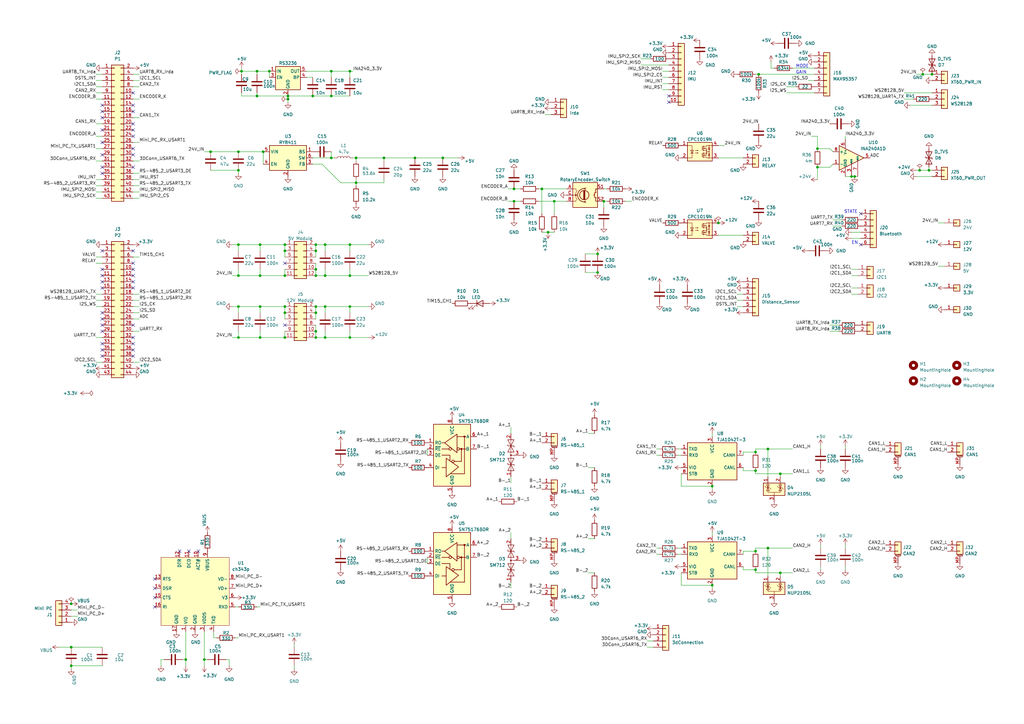
<source format=kicad_sch>
(kicad_sch (version 20230121) (generator eeschema)
  (paper "A3")
  (junction (at 97.79 138.43))
  (junction (at 86.36 62.23))
  (junction (at 247.65 82.55))
  (junction (at 107.95 62.23))
  (junction (at 181.61 64.77))
  (junction (at 97.79 69.85))
  (junction (at 129.54 135.89))
  (junction (at 311.15 30.48))
  (junction (at 133.35 100.33))
  (junction (at 106.68 138.43))
  (junction (at 143.51 29.21))
  (junction (at 133.35 113.03))
  (junction (at 382.27 30.48))
  (junction (at 116.84 102.87))
  (junction (at 143.51 113.03))
  (junction (at 135.89 64.77))
  (junction (at 106.68 100.33))
  (junction (at 97.79 62.23))
  (junction (at 116.84 128.27))
  (junction (at 106.68 125.73))
  (junction (at 381 69.85))
  (junction (at 157.48 64.77))
  (junction (at 129.54 102.87))
  (junction (at 116.84 138.43))
  (junction (at 350.52 72.39))
  (junction (at 135.89 39.37))
  (junction (at 106.68 113.03))
  (junction (at 116.84 100.33))
  (junction (at 116.84 113.03))
  (junction (at 105.41 39.37))
  (junction (at 294.64 91.44))
  (junction (at 29.21 247.65))
  (junction (at 29.21 273.05))
  (junction (at 135.89 29.21))
  (junction (at 227.33 82.55))
  (junction (at 170.18 64.77))
  (junction (at 210.82 82.55))
  (junction (at 76.2 270.51))
  (junction (at 128.27 39.37))
  (junction (at 245.11 111.76))
  (junction (at 129.54 113.03))
  (junction (at 133.35 138.43))
  (junction (at 224.79 95.25))
  (junction (at 146.05 64.77))
  (junction (at 210.82 77.47))
  (junction (at 129.54 100.33))
  (junction (at 129.54 128.27))
  (junction (at 129.54 125.73))
  (junction (at 97.79 113.03))
  (junction (at 110.49 29.21))
  (junction (at 143.51 138.43))
  (junction (at 245.11 104.14))
  (junction (at 349.25 72.39))
  (junction (at 314.96 224.79))
  (junction (at 377.19 69.85))
  (junction (at 143.51 100.33))
  (junction (at 335.28 68.58))
  (junction (at 335.28 60.96))
  (junction (at 143.51 125.73))
  (junction (at 320.04 194.31))
  (junction (at 133.35 125.73))
  (junction (at 129.54 110.49))
  (junction (at 99.06 29.21))
  (junction (at 83.82 270.51))
  (junction (at 97.79 100.33))
  (junction (at 292.1 240.03))
  (junction (at 118.11 40.64))
  (junction (at 292.1 199.39))
  (junction (at 105.41 29.21))
  (junction (at 309.88 185.42))
  (junction (at 309.88 233.68))
  (junction (at 314.96 184.15))
  (junction (at 378.46 30.48))
  (junction (at 222.25 77.47))
  (junction (at 309.88 226.06))
  (junction (at 97.79 125.73))
  (junction (at 129.54 138.43))
  (junction (at 118.11 39.37))
  (junction (at 320.04 234.95))
  (junction (at 309.88 193.04))
  (junction (at 29.21 265.43))
  (junction (at 146.05 74.93))
  (junction (at 116.84 125.73))
  (no_connect (at 41.91 146.05))
  (no_connect (at 54.61 146.05))
  (no_connect (at 63.5 248.92))
  (no_connect (at 41.91 133.35))
  (no_connect (at 41.91 143.51))
  (no_connect (at 41.91 113.03))
  (no_connect (at 54.61 102.87))
  (no_connect (at 63.5 241.3))
  (no_connect (at 54.61 45.72))
  (no_connect (at 54.61 63.5))
  (no_connect (at 41.91 135.89))
  (no_connect (at 274.32 41.91))
  (no_connect (at 41.91 71.12))
  (no_connect (at 41.91 58.42))
  (no_connect (at 41.91 63.5))
  (no_connect (at 54.61 60.96))
  (no_connect (at 353.06 87.63))
  (no_connect (at 41.91 110.49))
  (no_connect (at 54.61 55.88))
  (no_connect (at 54.61 143.51))
  (no_connect (at 54.61 53.34))
  (no_connect (at 77.47 226.06))
  (no_connect (at 41.91 45.72))
  (no_connect (at 41.91 48.26))
  (no_connect (at 41.91 118.11))
  (no_connect (at 41.91 68.58))
  (no_connect (at 54.61 113.03))
  (no_connect (at 63.5 237.49))
  (no_connect (at 41.91 102.87))
  (no_connect (at 54.61 110.49))
  (no_connect (at 54.61 50.8))
  (no_connect (at 41.91 140.97))
  (no_connect (at 41.91 130.81))
  (no_connect (at 353.06 100.33))
  (no_connect (at 41.91 115.57))
  (no_connect (at 54.61 115.57))
  (no_connect (at 54.61 43.18))
  (no_connect (at 63.5 245.11))
  (no_connect (at 81.28 226.06))
  (no_connect (at 54.61 138.43))
  (no_connect (at 54.61 133.35))
  (no_connect (at 41.91 53.34))
  (no_connect (at 41.91 128.27))
  (no_connect (at 54.61 140.97))
  (no_connect (at 54.61 118.11))
  (no_connect (at 116.84 107.95))
  (no_connect (at 41.91 43.18))
  (no_connect (at 116.84 133.35))
  (no_connect (at 73.66 226.06))
  (no_connect (at 54.61 107.95))
  (no_connect (at 274.32 39.37))
  (no_connect (at 54.61 38.1))
  (no_connect (at 54.61 68.58))
  (wire (pts (xy 39.37 76.2) (xy 41.91 76.2)))
  (wire (pts (xy 105.41 38.1) (xy 105.41 39.37)))
  (wire (pts (xy 129.54 133.35) (xy 129.54 135.89)))
  (wire (pts (xy 271.78 31.75) (xy 274.32 31.75)))
  (wire (pts (xy 86.36 62.23) (xy 97.79 62.23)))
  (wire (pts (xy 279.4 234.95) (xy 279.4 240.03)))
  (wire (pts (xy 240.03 111.76) (xy 245.11 111.76)))
  (wire (pts (xy 88.9 261.62) (xy 87.63 261.62)))
  (wire (pts (xy 349.25 120.65) (xy 351.79 120.65)))
  (wire (pts (xy 227.33 82.55) (xy 232.41 82.55)))
  (wire (pts (xy 265.43 262.89) (xy 267.97 262.89)))
  (wire (pts (xy 129.54 125.73) (xy 129.54 128.27)))
  (wire (pts (xy 332.74 55.88) (xy 335.28 55.88)))
  (wire (pts (xy 341.63 90.17) (xy 345.44 90.17)))
  (wire (pts (xy 322.58 38.1) (xy 334.01 38.1)))
  (wire (pts (xy 335.28 68.58) (xy 340.36 68.58)))
  (wire (pts (xy 57.15 125.73) (xy 54.61 125.73)))
  (wire (pts (xy 57.15 33.02) (xy 54.61 33.02)))
  (wire (pts (xy 292.1 218.44) (xy 292.1 219.71)))
  (wire (pts (xy 208.28 82.55) (xy 210.82 82.55)))
  (wire (pts (xy 39.37 120.65) (xy 41.91 120.65)))
  (wire (pts (xy 208.28 77.47) (xy 210.82 77.47)))
  (wire (pts (xy 128.27 67.31) (xy 132.08 67.31)))
  (wire (pts (xy 227.33 82.55) (xy 227.33 87.63)))
  (wire (pts (xy 97.79 110.49) (xy 97.79 113.03)))
  (wire (pts (xy 133.35 125.73) (xy 133.35 128.27)))
  (wire (pts (xy 83.82 270.51) (xy 85.09 270.51)))
  (wire (pts (xy 346.71 72.39) (xy 349.25 72.39)))
  (wire (pts (xy 320.04 234.95) (xy 325.12 234.95)))
  (wire (pts (xy 135.89 29.21) (xy 143.51 29.21)))
  (wire (pts (xy 278.13 184.15) (xy 279.4 184.15)))
  (wire (pts (xy 129.54 107.95) (xy 129.54 110.49)))
  (wire (pts (xy 302.26 120.65) (xy 304.8 120.65)))
  (wire (pts (xy 384.81 109.22) (xy 387.35 109.22)))
  (wire (pts (xy 133.35 138.43) (xy 129.54 138.43)))
  (wire (pts (xy 269.24 227.33) (xy 270.51 227.33)))
  (wire (pts (xy 106.68 135.89) (xy 106.68 138.43)))
  (wire (pts (xy 278.13 186.69) (xy 279.4 186.69)))
  (wire (pts (xy 170.18 64.77) (xy 181.61 64.77)))
  (wire (pts (xy 106.68 125.73) (xy 116.84 125.73)))
  (wire (pts (xy 209.55 175.26) (xy 209.55 177.8)))
  (wire (pts (xy 335.28 55.88) (xy 335.28 60.96)))
  (wire (pts (xy 57.15 78.74) (xy 54.61 78.74)))
  (wire (pts (xy 381 69.85) (xy 382.27 69.85)))
  (wire (pts (xy 241.3 191.77) (xy 243.84 191.77)))
  (wire (pts (xy 97.79 100.33) (xy 97.79 102.87)))
  (wire (pts (xy 227.33 95.25) (xy 224.79 95.25)))
  (wire (pts (xy 375.92 30.48) (xy 378.46 30.48)))
  (wire (pts (xy 320.04 194.31) (xy 325.12 194.31)))
  (wire (pts (xy 294.64 64.77) (xy 304.8 64.77)))
  (wire (pts (xy 97.79 100.33) (xy 106.68 100.33)))
  (wire (pts (xy 116.84 128.27) (xy 116.84 130.81)))
  (wire (pts (xy 106.68 100.33) (xy 106.68 102.87)))
  (wire (pts (xy 99.06 29.21) (xy 105.41 29.21)))
  (wire (pts (xy 143.51 29.21) (xy 143.51 31.75)))
  (wire (pts (xy 346.71 182.88) (xy 346.71 184.15)))
  (wire (pts (xy 143.51 135.89) (xy 143.51 138.43)))
  (wire (pts (xy 304.8 232.41) (xy 304.8 233.68)))
  (wire (pts (xy 256.54 82.55) (xy 259.08 82.55)))
  (wire (pts (xy 309.88 233.68) (xy 309.88 234.95)))
  (wire (pts (xy 341.63 92.71) (xy 345.44 92.71)))
  (wire (pts (xy 151.13 125.73) (xy 143.51 125.73)))
  (wire (pts (xy 105.41 29.21) (xy 105.41 30.48)))
  (wire (pts (xy 39.37 33.02) (xy 41.91 33.02)))
  (wire (pts (xy 316.23 27.94) (xy 317.5 27.94)))
  (wire (pts (xy 314.96 184.15) (xy 325.12 184.15)))
  (wire (pts (xy 309.88 226.06) (xy 304.8 226.06)))
  (wire (pts (xy 54.61 120.65) (xy 57.15 120.65)))
  (wire (pts (xy 378.46 30.48) (xy 382.27 30.48)))
  (wire (pts (xy 304.8 226.06) (xy 304.8 227.33)))
  (wire (pts (xy 97.79 113.03) (xy 106.68 113.03)))
  (wire (pts (xy 57.15 128.27) (xy 54.61 128.27)))
  (wire (pts (xy 146.05 66.04) (xy 146.05 64.77)))
  (wire (pts (xy 370.84 40.64) (xy 374.65 40.64)))
  (wire (pts (xy 106.68 110.49) (xy 106.68 113.03)))
  (wire (pts (xy 95.25 100.33) (xy 97.79 100.33)))
  (wire (pts (xy 29.21 273.05) (xy 41.91 273.05)))
  (wire (pts (xy 209.55 195.58) (xy 209.55 198.12)))
  (wire (pts (xy 116.84 135.89) (xy 116.84 138.43)))
  (wire (pts (xy 175.26 184.15) (xy 175.26 186.69)))
  (wire (pts (xy 93.98 270.51) (xy 92.71 270.51)))
  (wire (pts (xy 241.3 234.95) (xy 243.84 234.95)))
  (wire (pts (xy 375.92 69.85) (xy 377.19 69.85)))
  (wire (pts (xy 97.79 125.73) (xy 106.68 125.73)))
  (wire (pts (xy 336.55 223.52) (xy 336.55 224.79)))
  (wire (pts (xy 222.25 77.47) (xy 222.25 87.63)))
  (wire (pts (xy 336.55 233.68) (xy 336.55 232.41)))
  (wire (pts (xy 132.08 67.31) (xy 139.7 74.93)))
  (wire (pts (xy 143.51 125.73) (xy 133.35 125.73)))
  (wire (pts (xy 335.28 60.96) (xy 340.36 60.96)))
  (wire (pts (xy 97.79 125.73) (xy 97.79 128.27)))
  (wire (pts (xy 279.4 194.31) (xy 279.4 199.39)))
  (wire (pts (xy 349.25 72.39) (xy 350.52 72.39)))
  (wire (pts (xy 294.64 96.52) (xy 304.8 96.52)))
  (wire (pts (xy 349.25 113.03) (xy 351.79 113.03)))
  (wire (pts (xy 54.61 66.04) (xy 57.15 66.04)))
  (wire (pts (xy 320.04 236.22) (xy 320.04 234.95)))
  (wire (pts (xy 29.21 265.43) (xy 41.91 265.43)))
  (wire (pts (xy 377.19 69.85) (xy 381 69.85)))
  (wire (pts (xy 116.84 100.33) (xy 116.84 102.87)))
  (wire (pts (xy 99.06 29.21) (xy 99.06 30.48)))
  (wire (pts (xy 39.37 38.1) (xy 41.91 38.1)))
  (wire (pts (xy 39.37 78.74) (xy 41.91 78.74)))
  (wire (pts (xy 271.78 34.29) (xy 274.32 34.29)))
  (wire (pts (xy 106.68 113.03) (xy 116.84 113.03)))
  (wire (pts (xy 133.35 100.33) (xy 129.54 100.33)))
  (wire (pts (xy 133.35 125.73) (xy 129.54 125.73)))
  (wire (pts (xy 57.15 58.42) (xy 54.61 58.42)))
  (wire (pts (xy 314.96 224.79) (xy 325.12 224.79)))
  (wire (pts (xy 143.51 100.33) (xy 143.51 102.87)))
  (wire (pts (xy 133.35 100.33) (xy 133.35 102.87)))
  (wire (pts (xy 97.79 138.43) (xy 106.68 138.43)))
  (wire (pts (xy 247.65 85.09) (xy 247.65 82.55)))
  (wire (pts (xy 209.55 218.44) (xy 209.55 220.98)))
  (wire (pts (xy 311.15 30.48) (xy 334.01 30.48)))
  (wire (pts (xy 105.41 29.21) (xy 110.49 29.21)))
  (wire (pts (xy 241.3 220.98) (xy 243.84 220.98)))
  (wire (pts (xy 143.51 113.03) (xy 151.13 113.03)))
  (wire (pts (xy 336.55 182.88) (xy 336.55 184.15)))
  (wire (pts (xy 24.13 265.43) (xy 29.21 265.43)))
  (wire (pts (xy 309.88 185.42) (xy 304.8 185.42)))
  (wire (pts (xy 279.4 199.39) (xy 292.1 199.39)))
  (wire (pts (xy 97.79 248.92) (xy 96.52 248.92)))
  (wire (pts (xy 292.1 241.3) (xy 292.1 240.03)))
  (wire (pts (xy 292.1 177.8) (xy 292.1 179.07)))
  (wire (pts (xy 39.37 35.56) (xy 41.91 35.56)))
  (wire (pts (xy 135.89 62.23) (xy 135.89 64.77)))
  (wire (pts (xy 39.37 81.28) (xy 41.91 81.28)))
  (wire (pts (xy 95.25 138.43) (xy 97.79 138.43)))
  (wire (pts (xy 309.88 184.15) (xy 309.88 185.42)))
  (wire (pts (xy 110.49 29.21) (xy 110.49 31.75)))
  (wire (pts (xy 375.92 72.39) (xy 382.27 72.39)))
  (wire (pts (xy 157.48 74.93) (xy 157.48 73.66)))
  (wire (pts (xy 83.82 62.23) (xy 86.36 62.23)))
  (wire (pts (xy 241.3 177.8) (xy 243.84 177.8)))
  (wire (pts (xy 39.37 55.88) (xy 41.91 55.88)))
  (wire (pts (xy 302.26 123.19) (xy 304.8 123.19)))
  (wire (pts (xy 370.84 38.1) (xy 382.27 38.1)))
  (wire (pts (xy 83.82 270.51) (xy 83.82 273.05)))
  (wire (pts (xy 39.37 123.19) (xy 41.91 123.19)))
  (wire (pts (xy 106.68 138.43) (xy 116.84 138.43)))
  (wire (pts (xy 135.89 39.37) (xy 143.51 39.37)))
  (wire (pts (xy 381 68.58) (xy 381 69.85)))
  (wire (pts (xy 322.58 35.56) (xy 326.39 35.56)))
  (wire (pts (xy 349.25 95.25) (xy 353.06 95.25)))
  (wire (pts (xy 118.11 40.64) (xy 118.11 41.91)))
  (wire (pts (xy 146.05 74.93) (xy 146.05 76.2)))
  (wire (pts (xy 99.06 38.1) (xy 99.06 39.37)))
  (wire (pts (xy 314.96 184.15) (xy 309.88 184.15)))
  (wire (pts (xy 54.61 30.48) (xy 57.15 30.48)))
  (wire (pts (xy 54.61 130.81) (xy 57.15 130.81)))
  (wire (pts (xy 314.96 236.22) (xy 314.96 224.79)))
  (wire (pts (xy 302.26 125.73) (xy 304.8 125.73)))
  (wire (pts (xy 133.35 138.43) (xy 143.51 138.43)))
  (wire (pts (xy 93.98 273.05) (xy 93.98 270.51)))
  (wire (pts (xy 210.82 77.47) (xy 213.36 77.47)))
  (wire (pts (xy 125.73 31.75) (xy 128.27 31.75)))
  (wire (pts (xy 128.27 64.77) (xy 135.89 64.77)))
  (wire (pts (xy 271.78 36.83) (xy 274.32 36.83)))
  (wire (pts (xy 346.71 223.52) (xy 346.71 224.79)))
  (wire (pts (xy 240.03 104.14) (xy 245.11 104.14)))
  (wire (pts (xy 57.15 73.66) (xy 54.61 73.66)))
  (wire (pts (xy 87.63 261.62) (xy 87.63 259.08)))
  (wire (pts (xy 143.51 100.33) (xy 133.35 100.33)))
  (wire (pts (xy 39.37 50.8) (xy 41.91 50.8)))
  (wire (pts (xy 95.25 113.03) (xy 97.79 113.03)))
  (wire (pts (xy 157.48 64.77) (xy 170.18 64.77)))
  (wire (pts (xy 135.89 29.21) (xy 135.89 31.75)))
  (wire (pts (xy 349.25 97.79) (xy 353.06 97.79)))
  (wire (pts (xy 133.35 113.03) (xy 143.51 113.03)))
  (wire (pts (xy 373.38 43.18) (xy 382.27 43.18)))
  (wire (pts (xy 304.8 191.77) (xy 304.8 193.04)))
  (wire (pts (xy 224.79 95.25) (xy 222.25 95.25)))
  (wire (pts (xy 99.06 27.94) (xy 99.06 29.21)))
  (wire (pts (xy 97.79 261.62) (xy 96.52 261.62)))
  (wire (pts (xy 66.04 270.51) (xy 67.31 270.51)))
  (wire (pts (xy 279.4 240.03) (xy 292.1 240.03)))
  (wire (pts (xy 309.88 194.31) (xy 320.04 194.31)))
  (wire (pts (xy 39.37 148.59) (xy 41.91 148.59)))
  (wire (pts (xy 97.79 69.85) (xy 97.79 71.12)))
  (wire (pts (xy 139.7 74.93) (xy 146.05 74.93)))
  (wire (pts (xy 304.8 233.68) (xy 309.88 233.68)))
  (wire (pts (xy 106.68 100.33) (xy 116.84 100.33)))
  (wire (pts (xy 57.15 81.28) (xy 54.61 81.28)))
  (wire (pts (xy 39.37 73.66) (xy 41.91 73.66)))
  (wire (pts (xy 309.88 234.95) (xy 320.04 234.95)))
  (wire (pts (xy 349.25 118.11) (xy 351.79 118.11)))
  (wire (pts (xy 151.13 100.33) (xy 143.51 100.33)))
  (wire (pts (xy 384.81 91.44) (xy 387.35 91.44)))
  (wire (pts (xy 54.61 148.59) (xy 57.15 148.59)))
  (wire (pts (xy 106.68 125.73) (xy 106.68 128.27)))
  (wire (pts (xy 133.35 110.49) (xy 133.35 113.03)))
  (wire (pts (xy 129.54 128.27) (xy 129.54 130.81)))
  (wire (pts (xy 128.27 39.37) (xy 135.89 39.37)))
  (wire (pts (xy 341.63 67.31) (xy 340.36 68.58)))
  (wire (pts (xy 137.16 64.77) (xy 135.89 64.77)))
  (wire (pts (xy 54.61 40.64) (xy 57.15 40.64)))
  (wire (pts (xy 151.13 138.43) (xy 143.51 138.43)))
  (wire (pts (xy 129.54 135.89) (xy 129.54 138.43)))
  (wire (pts (xy 223.52 46.99) (xy 226.06 46.99)))
  (wire (pts (xy 269.24 184.15) (xy 270.51 184.15)))
  (wire (pts (xy 271.78 29.21) (xy 274.32 29.21)))
  (wire (pts (xy 278.13 224.79) (xy 279.4 224.79)))
  (wire (pts (xy 118.11 39.37) (xy 118.11 40.64)))
  (wire (pts (xy 105.41 248.92) (xy 106.68 248.92)))
  (wire (pts (xy 105.41 39.37) (xy 118.11 39.37)))
  (wire (pts (xy 349.25 110.49) (xy 351.79 110.49)))
  (wire (pts (xy 120.65 274.32) (xy 120.65 273.05)))
  (wire (pts (xy 39.37 138.43) (xy 41.91 138.43)))
  (wire (pts (xy 39.37 107.95) (xy 41.91 107.95)))
  (wire (pts (xy 54.61 76.2) (xy 57.15 76.2)))
  (wire (pts (xy 146.05 73.66) (xy 146.05 74.93)))
  (wire (pts (xy 269.24 224.79) (xy 270.51 224.79)))
  (wire (pts (xy 144.78 64.77) (xy 146.05 64.77)))
  (wire (pts (xy 54.61 105.41) (xy 57.15 105.41)))
  (wire (pts (xy 125.73 29.21) (xy 135.89 29.21)))
  (wire (pts (xy 116.84 110.49) (xy 116.84 113.03)))
  (wire (pts (xy 146.05 74.93) (xy 157.48 74.93)))
  (wire (pts (xy 314.96 224.79) (xy 309.88 224.79)))
  (wire (pts (xy 341.63 62.23) (xy 340.36 60.96)))
  (wire (pts (xy 335.28 68.58) (xy 335.28 73.66)))
  (wire (pts (xy 66.04 273.05) (xy 66.04 270.51)))
  (wire (pts (xy 346.71 55.88) (xy 346.71 57.15)))
  (wire (pts (xy 309.88 224.79) (xy 309.88 226.06)))
  (wire (pts (xy 97.79 62.23) (xy 107.95 62.23)))
  (wire (pts (xy 146.05 64.77) (xy 157.48 64.77)))
  (wire (pts (xy 39.37 30.48) (xy 41.91 30.48)))
  (wire (pts (xy 133.35 135.89) (xy 133.35 138.43)))
  (wire (pts (xy 157.48 66.04) (xy 157.48 64.77)))
  (wire (pts (xy 265.43 265.43) (xy 267.97 265.43)))
  (wire (pts (xy 210.82 82.55) (xy 213.36 82.55)))
  (wire (pts (xy 209.55 238.76) (xy 209.55 241.3)))
  (wire (pts (xy 57.15 48.26) (xy 54.61 48.26)))
  (wire (pts (xy 220.98 77.47) (xy 222.25 77.47)))
  (wire (pts (xy 346.71 233.68) (xy 346.71 232.41)))
  (wire (pts (xy 29.21 273.05) (xy 29.21 274.32)))
  (wire (pts (xy 143.51 125.73) (xy 143.51 128.27)))
  (wire (pts (xy 278.13 227.33) (xy 279.4 227.33)))
  (wire (pts (xy 39.37 60.96) (xy 41.91 60.96)))
  (wire (pts (xy 76.2 270.51) (xy 74.93 270.51)))
  (wire (pts (xy 95.25 125.73) (xy 97.79 125.73)))
  (wire (pts (xy 262.89 24.13) (xy 266.7 24.13)))
  (wire (pts (xy 54.61 123.19) (xy 57.15 123.19)))
  (wire (pts (xy 116.84 102.87) (xy 116.84 105.41)))
  (wire (pts (xy 314.96 195.58) (xy 314.96 184.15)))
  (wire (pts (xy 316.23 25.4) (xy 316.23 27.94)))
  (wire (pts (xy 107.95 62.23) (xy 107.95 67.31)))
  (wire (pts (xy 83.82 270.51) (xy 83.82 259.08)))
  (wire (pts (xy 304.8 193.04) (xy 309.88 193.04)))
  (wire (pts (xy 262.89 26.67) (xy 274.32 26.67)))
  (wire (pts (xy 331.47 33.02) (xy 334.01 33.02)))
  (wire (pts (xy 76.2 270.51) (xy 76.2 259.08)))
  (wire (pts (xy 350.52 72.39) (xy 351.79 72.39)))
  (wire (pts (xy 325.12 27.94) (xy 334.01 27.94)))
  (wire (pts (xy 220.98 82.55) (xy 227.33 82.55)))
  (wire (pts (xy 129.54 100.33) (xy 129.54 102.87)))
  (wire (pts (xy 129.54 102.87) (xy 129.54 105.41)))
  (wire (pts (xy 247.65 82.55) (xy 248.92 82.55)))
  (wire (pts (xy 304.8 185.42) (xy 304.8 186.69)))
  (wire (pts (xy 76.2 270.51) (xy 76.2 273.05)))
  (wire (pts (xy 99.06 39.37) (xy 105.41 39.37)))
  (wire (pts (xy 54.61 71.12) (xy 57.15 71.12)))
  (wire (pts (xy 116.84 125.73) (xy 116.84 128.27)))
  (wire (pts (xy 129.54 110.49) (xy 129.54 113.03)))
  (wire (pts (xy 39.37 105.41) (xy 41.91 105.41)))
  (wire (pts (xy 86.36 69.85) (xy 97.79 69.85)))
  (wire (pts (xy 269.24 186.69) (xy 270.51 186.69)))
  (wire (pts (xy 143.51 29.21) (xy 144.78 29.21)))
  (wire (pts (xy 31.75 252.73) (xy 29.21 252.73)))
  (wire (pts (xy 247.65 77.47) (xy 248.92 77.47)))
  (wire (pts (xy 175.26 228.6) (xy 175.26 231.14)))
  (wire (pts (xy 320.04 195.58) (xy 320.04 194.31)))
  (wire (pts (xy 340.36 133.35) (xy 344.17 133.35)))
  (wire (pts (xy 120.65 264.16) (xy 120.65 265.43)))
  (wire (pts (xy 39.37 40.64) (xy 41.91 40.64)))
  (wire (pts (xy 39.37 66.04) (xy 41.91 66.04)))
  (wire (pts (xy 292.1 200.66) (xy 292.1 199.39)))
  (wire (pts (xy 129.54 113.03) (xy 133.35 113.03)))
  (wire (pts (xy 340.36 135.89) (xy 344.17 135.89)))
  (wire (pts (xy 297.18 59.69) (xy 294.64 59.69)))
  (wire (pts (xy 97.79 135.89) (xy 97.79 138.43)))
  (wire (pts (xy 54.61 135.89) (xy 57.15 135.89)))
  (wire (pts (xy 143.51 110.49) (xy 143.51 113.03)))
  (wire (pts (xy 181.61 64.77) (xy 187.96 64.77)))
  (wire (pts (xy 39.37 125.73) (xy 41.91 125.73)))
  (wire (pts (xy 309.88 193.04) (xy 309.88 194.31)))
  (wire (pts (xy 309.88 30.48) (xy 311.15 30.48)))
  (wire (pts (xy 31.75 250.19) (xy 29.21 250.19)))
  (wire (pts (xy 54.61 35.56) (xy 57.15 35.56)))
  (wire (pts (xy 118.11 39.37) (xy 128.27 39.37)))
  (wire (pts (xy 222.25 77.47) (xy 232.41 77.47)))
  (text "STATE" (at 351.79 87.63 0) (effects (font (size 1.27 1.27)) (justify right bottom)))
  (text "MODE" (at 326.39 27.94 0) (effects (font (size 1.27 1.27)) (justify left bottom)))
  (text "GAIN\n" (at 326.39 30.48 0) (effects (font (size 1.27 1.27)) (justify left bottom)))
  (text "EN" (at 349.25 100.33 0) (effects (font (size 1.27 1.27)) (justify left bottom)))
  (label "A+_2" (at 209.55 218.44 180))
  (label "B-_2" (at 241.3 234.95 180))
  (label "CAN2_H" (at 363.22 226.06 180))
  (label "A+_2" (at 204.47 248.92 180))
  (label "A+_1" (at 204.47 205.74 180))
  (label "CAN2_L" (at 325.12 234.95 0))
  (label "RS-485_2_USART3_TX" (at 57.15 76.2 0))
  (label "I2S_CK" (at 57.15 125.73 0))
  (label "WS2812B_5V" (at 370.84 38.1 180))
  (label "I2S_SD" (at 331.47 33.02 180))
  (label "CAN2_TX" (at 57.15 35.56 0))
  (label "B-_1" (at 222.25 198.12 180))
  (label "IMU_SPI2_CS" (at 57.15 81.28 0))
  (label "B-_1" (at 209.55 198.12 180))
  (label "I2C1_SDA" (at 39.37 35.56 180))
  (label "A+_2" (at 222.25 243.84 180))
  (label "3DConn_USART6_RX" (at 39.37 66.04 180))
  (label "CAN1_TX" (at 57.15 48.26 0))
  (label "A+_1" (at 222.25 200.66 180))
  (label "IMU_INT" (at 39.37 73.66 180))
  (label "B-_2" (at 212.09 248.92 0))
  (label "24V_IN" (at 384.81 91.44 180))
  (label "Mini_PC_TX_USART1" (at 106.68 248.92 0))
  (label "DSTS_INT" (at 39.37 33.02 180))
  (label "Mini_PC_RX_USART1" (at 97.79 261.62 0))
  (label "RS-485_2_USART3_TX" (at 167.64 236.22 180))
  (label "B-_1" (at 195.58 184.15 0))
  (label "24V_IN" (at 375.92 30.48 180))
  (label "Mini_PC_TX_USART1" (at 39.37 60.96 180))
  (label "IMU_SPI2_SCK" (at 39.37 81.28 180))
  (label "DSTS_INT" (at 302.26 125.73 180))
  (label "B-_1" (at 222.25 179.07 180))
  (label "B-_1" (at 241.3 191.77 180))
  (label "RELAY" (at 271.78 59.69 180))
  (label "3DConn_USART6_TX" (at 57.15 66.04 0))
  (label "Mini_PC_RX_USART1" (at 57.15 58.42 0))
  (label "I2S_WS" (at 322.58 38.1 180))
  (label "24V_IN" (at 311.15 50.8 180))
  (label "I2S_WS" (at 39.37 125.73 180))
  (label "IMU_SPI2_MISO" (at 262.89 26.67 180))
  (label "I2C2_SCL" (at 349.25 118.11 180))
  (label "VALVE" (at 39.37 105.41 180))
  (label "UART8_TX_Irda" (at 39.37 30.48 180))
  (label "A+_2" (at 222.25 224.79 180))
  (label "24V_IN" (at 95.25 113.03 180))
  (label "24V_IN" (at 95.25 138.43 180))
  (label "A+_1" (at 209.55 175.26 180))
  (label "I2C1_SCL" (at 302.26 120.65 180))
  (label "CAN1_H" (at 325.12 184.15 0))
  (label "UART8_RX_Irda" (at 340.36 135.89 180))
  (label "RS-485_2_USART3_DE" (at 175.26 231.14 180))
  (label "24V_IN" (at 83.82 62.23 180))
  (label "I2S_CK" (at 322.58 35.56 180))
  (label "RS-485_2_USART3_RX" (at 167.64 226.06 180))
  (label "TIM15_CH1" (at 185.42 124.46 180))
  (label "IMU_SPI2_MISO" (at 57.15 78.74 0))
  (label "ADC" (at 356.87 64.77 0))
  (label "RS-485_1_USART2_DE" (at 57.15 120.65 0))
  (label "ENCODER_B" (at 39.37 40.64 180))
  (label "IMU_SPI2_CS" (at 271.78 31.75 180))
  (label "I2S_SD" (at 57.15 128.27 0))
  (label "IMU_SPI2_SCK" (at 262.89 24.13 180))
  (label "UART7_TX" (at 341.63 90.17 180))
  (label "CAN1_RX" (at 39.37 50.8 180))
  (label "RS-485_2_USART3_RX" (at 39.37 76.2 180))
  (label "WS2812B_5V" (at 151.13 113.03 0))
  (label "ENCODER_K" (at 259.08 82.55 0))
  (label "WS2812B_UART4_TX" (at 370.84 40.64 180))
  (label "I2C1_SCL" (at 349.25 110.49 180))
  (label "24V_IN" (at 332.74 55.88 180))
  (label "3DConn_USART6_RX" (at 265.43 262.89 180))
  (label "RS-485_1_USART2_TX" (at 39.37 123.19 180))
  (label "CAN1_L" (at 325.12 194.31 0))
  (label "RS-485_1_USART2_RX" (at 57.15 123.19 0))
  (label "I2C2_SDA" (at 57.15 148.59 0))
  (label "UART8_RX_Irda" (at 57.15 30.48 0))
  (label "WS2812B_UART4_TX" (at 39.37 120.65 180))
  (label "INA240_3.3V" (at 346.71 55.88 0))
  (label "RELAY" (at 39.37 107.95 180))
  (label "UART7_RX" (at 341.63 92.71 180))
  (label "24V_IN" (at 297.18 59.69 0))
  (label "RS-485_2_USART3_DE" (at 57.15 71.12 0))
  (label "UART7_TX" (at 39.37 138.43 180))
  (label "UART8_TX_Irda" (at 340.36 133.35 180))
  (label "B-_2" (at 222.25 241.3 180))
  (label "ENCODER_K" (at 57.15 40.64 0))
  (label "Mini_PC_D+" (at 31.75 252.73 0))
  (label "I2C1_SDA" (at 302.26 123.19 180))
  (label "I2C2_SCL" (at 39.37 148.59 180))
  (label "CAN1_L" (at 388.62 182.88 180))
  (label "CAN2_RX" (at 39.37 38.1 180))
  (label "B-_2" (at 195.58 228.6 0))
  (label "Mini_PC_D-" (at 96.52 237.49 0))
  (label "ENCODER_A" (at 208.28 77.47 180))
  (label "CAN2_RX" (at 269.24 227.33 180))
  (label "I2C1_SCL" (at 57.15 33.02 0))
  (label "CAN2_TX" (at 269.24 224.79 180))
  (label "WS2812B_5V" (at 384.81 109.22 180))
  (label "INA240_3.3V" (at 144.78 29.21 0))
  (label "CAN2_L" (at 388.62 223.52 180))
  (label "A+_1" (at 241.3 177.8 180))
  (label "RS-485_1_USART2_TX" (at 167.64 191.77 180))
  (label "VALVE" (at 271.78 91.44 180))
  (label "RS-485_1_USART2_RX" (at 167.64 181.61 180))
  (label "IMU_SPI2_MOSI" (at 39.37 78.74 180))
  (label "ENCODER_B" (at 208.28 82.55 180))
  (label "A+_2" (at 195.58 223.52 0))
  (label "A+_1" (at 222.25 181.61 180))
  (label "UART7_RX" (at 57.15 135.89 0))
  (label "A+_1" (at 195.58 179.07 0))
  (label "IMU_SPI2_MOSI" (at 271.78 29.21 180))
  (label "CAN1_H" (at 363.22 185.42 180))
  (label "3DConn_USART6_TX" (at 265.43 265.43 180))
  (label "CAN2_H" (at 325.12 224.79 0))
  (label "CAN1_TX" (at 269.24 184.15 180))
  (label "B-_2" (at 222.25 222.25 180))
  (label "CAN2_L" (at 363.22 223.52 180))
  (label "CAN1_L" (at 363.22 182.88 180))
  (label "CAN2_H" (at 388.62 226.06 180))
  (label "UART8_RX_Irda" (at 223.52 46.99 180))
  (label "B-_1" (at 212.09 205.74 0))
  (label "IMU_RST" (at 57.15 73.66 0))
  (label "B-_2" (at 209.55 241.3 180))
  (label "TIM15_CH1" (at 57.15 105.41 0))
  (label "RS-485_1_USART2_DE" (at 175.26 186.69 180))
  (label "I2C2_SDA" (at 349.25 120.65 180))
  (label "CAN1_RX" (at 269.24 186.69 180))
  (label "ENCODER_A" (at 39.37 55.88 180))
  (label "ADC" (at 57.15 130.81 0))
  (label "Mini_PC_D+" (at 96.52 241.3 0))
  (label "I2C1_SDA" (at 349.25 113.03 180))
  (label "IMU_INT" (at 271.78 34.29 180))
  (label "A+_2" (at 241.3 220.98 180))
  (label "Mini_PC_D-" (at 31.75 250.19 0))
  (label "IMU_RST" (at 271.78 36.83 180))
  (label "CAN1_H" (at 388.62 185.42 180))
  (label "INA240_3.3V" (at 340.36 50.8 180))
  (symbol (lib_id "Device:R") (at 274.32 227.33 270) (unit 1)
    (property "Reference" "R27" (at 274.32 229.87 90))
    (property "Value" "4.7k" (at 274.32 227.33 90))
    (property "Footprint" "Resistor_SMD:R_0603_1608Metric" (effects hide))
  )
  (symbol (lib_id "power:+3.3V") (at 256.54 77.47 270) (unit 1)
    (property "Reference" "#PWR065" (effects hide))
    (property "Value" "+3.3V" (at 261.62 78.74 90))
  )
  (symbol (lib_id "power:GND") (at 93.98 273.05 0) (unit 1)
    (property "Reference" "#PWR020" (effects hide))
    (property "Value" "GND" (at 93.98 278.638 0))
  )
  (symbol (lib_id "Connector_Generic_MountingPin:Conn_01x02_MountingPin") (at 368.3 223.52 0) (unit 1)
    (property "Reference" "J22" (at 370.332 224.5106 0) (effects (justify left)))
    (property "Value" "CAN2" (at 370.332 227.0506 0) (effects (justify left)))
    (property "Footprint" "Connector_JST:JST_GH_SM02B-GHS-TB_1x02-1MP_P1.25mm_Horizontal" (effects hide))
  )
  (symbol (lib_id "Device:R") (at 309.88 189.23 0) (unit 1)
    (property "Reference" "R31" (at 312.42 188.595 0) (effects (justify left)))
    (property "Value" "120" (at 312.42 191.135 0) (effects (justify left)))
    (property "Footprint" "Resistor_SMD:R_0603_1608Metric" (effects hide))
  )
  (symbol (lib_id "Connector_Generic:Conn_01x02") (at 356.87 110.49 0) (unit 1)
    (property "Reference" "J17" (at 359.41 111.125 0) (effects (justify left)))
    (property "Value" "I2C1" (at 359.41 113.665 0) (effects (justify left)))
    (property "Footprint" "Connector_PinHeader_2.54mm:PinHeader_1x02_P2.54mm_Vertical" (effects hide))
  )
  (symbol (lib_id "power:+3.3V") (at 120.65 264.16 0) (unit 1)
    (property "Reference" "#PWR028" (effects hide))
    (property "Value" "+3.3V" (at 120.65 260.35 0))
  )
  (symbol (lib_id "power:VBUS") (at 24.13 265.43 90) (unit 1)
    (property "Reference" "#PWR01" (effects hide))
    (property "Value" "VBUS" (at 21.59 266.7 90) (effects (justify left)))
  )
  (symbol (lib_id "Device:C") (at 143.51 132.08 0) (unit 1)
    (property "Reference" "C23" (at 146.05 130.81 0) (effects (justify left)))
    (property "Value" "22u" (at 146.05 133.35 0) (effects (justify left)))
    (property "Footprint" "Capacitor_SMD:C_0805_2012Metric" (effects hide))
  )
  (symbol (lib_id "power:PWR_FLAG") (at 35.56 161.29 270) (unit 1)
    (property "Reference" "#FLG02" (effects hide))
    (property "Value" "PWR_FLAG" (effects hide))
  )
  (symbol (lib_id "power:+3.3V") (at 83.82 273.05 180) (unit 1)
    (property "Reference" "#PWR018" (effects hide))
    (property "Value" "+3.3V" (at 83.058 277.114 0) (effects (justify right)))
  )
  (symbol (lib_id "Connector_Generic:Conn_01x03") (at 387.35 40.64 0) (unit 1)
    (property "Reference" "J24" (at 389.89 40.005 0) (effects (justify left)))
    (property "Value" "WS2812B" (at 389.89 42.545 0) (effects (justify left)))
    (property "Footprint" "Connector_PinHeader_2.54mm:PinHeader_1x03_P2.54mm_Vertical" (effects hide))
  )
  (symbol (lib_id "Device:R") (at 275.59 59.69 90) (unit 1)
    (property "Reference" "R28" (at 275.59 57.15 90))
    (property "Value" "500" (at 275.59 59.69 90))
    (property "Footprint" "Resistor_SMD:R_0603_1608Metric" (effects hide))
  )
  (symbol (lib_id "power:GND") (at 210.82 90.17 0) (unit 1)
    (property "Reference" "#PWR047" (effects hide))
    (property "Value" "GND" (at 210.82 95.25 0))
  )
  (symbol (lib_id "power:GND") (at 382.27 22.86 180) (unit 1)
    (property "Reference" "#PWR0121" (effects hide))
    (property "Value" "GND" (at 382.27 19.05 0))
  )
  (symbol (lib_id "power:+3.3V") (at 279.4 232.41 90) (unit 1)
    (property "Reference" "#PWR075" (effects hide))
    (property "Value" "+3.3V" (at 276.86 234.95 90) (effects (justify left)))
  )
  (symbol (lib_id "power:+5V") (at 139.7 226.06 0) (unit 1)
    (property "Reference" "#PWR032" (effects hide))
    (property "Value" "+5V" (at 139.7 221.742 0))
  )
  (symbol (lib_id "Device:C") (at 210.82 86.36 0) (unit 1)
    (property "Reference" "C28" (at 203.2 86.36 0) (effects (justify left)))
    (property "Value" "10n" (at 203.2 88.9 0) (effects (justify left)))
    (property "Footprint" "Capacitor_SMD:C_0603_1608Metric" (effects hide))
  )
  (symbol (lib_id "power:GND") (at 373.38 43.18 270) (unit 1)
    (property "Reference" "#PWR0117" (effects hide))
    (property "Value" "GND" (at 370.84 41.91 90) (effects (justify right)))
  )
  (symbol (lib_id "Device:R") (at 270.51 24.13 90) (unit 1)
    (property "Reference" "R23" (at 265.43 22.86 90))
    (property "Value" "100" (at 270.51 24.13 90))
    (property "Footprint" "Resistor_SMD:R_0603_1608Metric" (effects hide))
  )
  (symbol (lib_id "Connector_Generic:Conn_01x02") (at 356.87 118.11 0) (unit 1)
    (property "Reference" "J18" (at 359.41 118.745 0) (effects (justify left)))
    (property "Value" "I2C2" (at 359.41 121.285 0) (effects (justify left)))
    (property "Footprint" "Connector_PinHeader_2.54mm:PinHeader_1x02_P2.54mm_Vertical" (effects hide))
  )
  (symbol (lib_id "Device:R") (at 92.71 261.62 90) (unit 1)
    (property "Reference" "R2" (at 92.71 259.588 90))
    (property "Value" "330" (at 92.71 261.874 90))
    (property "Footprint" "Resistor_SMD:R_0603_1608Metric" (effects hide))
  )
  (symbol (lib_id "Device:R") (at 347.98 133.35 270) (unit 1)
    (property "Reference" "R37" (at 342.9 132.08 90))
    (property "Value" "220" (at 347.98 133.35 90))
    (property "Footprint" "Resistor_SMD:R_0603_1608Metric" (effects hide))
  )
  (symbol (lib_id "power:+3.3V") (at 311.15 38.1 180) (unit 1)
    (property "Reference" "#PWR091" (effects hide))
    (property "Value" "+3.3V" (at 309.88 40.64 0) (effects (justify left)))
  )
  (symbol (lib_id "power:GND") (at 387.35 127 270) (unit 1)
    (property "Reference" "#PWR0125" (effects hide))
    (property "Value" "GND" (at 384.81 125.73 90) (effects (justify right)))
  )
  (symbol (lib_id "Connector_Generic:Conn_01x02") (at 387.35 30.48 0) (unit 1)
    (property "Reference" "J23" (at 389.89 31.115 0) (effects (justify left)))
    (property "Value" "XT60_PWR_IN" (at 389.89 33.655 0) (effects (justify left)))
    (property "Footprint" "Connector_AMASS:AMASS_XT60-M_1x02_P7.20mm_Vertical" (effects hide))
  )
  (symbol (lib_id "power:GND") (at 151.13 100.33 90) (unit 1)
    (property "Reference" "#PWR035" (effects hide))
    (property "Value" "GND" (at 153.67 99.06 90) (effects (justify right)))
  )
  (symbol (lib_id "power:+5V") (at 185.42 215.9 0) (unit 1)
    (property "Reference" "#PWR042" (effects hide))
    (property "Value" "+5V" (at 184.15 212.09 0) (effects (justify left)))
  )
  (symbol (lib_id "power:GND") (at 118.11 72.39 0) (unit 1)
    (property "Reference" "#PWR027" (effects hide))
    (property "Value" "GND" (at 118.11 77.47 0))
  )
  (symbol (lib_id "power:GND") (at 317.5 246.38 0) (unit 1)
    (property "Reference" "#PWR097" (effects hide))
    (property "Value" "GND" (at 317.5 251.46 0))
  )
  (symbol (lib_id "power:+12V") (at 311.15 82.55 90) (unit 1)
    (property "Reference" "#PWR093" (effects hide))
    (property "Value" "+12V" (at 308.61 81.28 90) (effects (justify left)))
  )
  (symbol (lib_id "Device:C") (at 335.28 102.87 90) (unit 1)
    (property "Reference" "C43" (at 335.28 99.06 90))
    (property "Value" "100n" (at 339.09 100.33 90))
    (property "Footprint" "Capacitor_SMD:C_0603_1608Metric" (effects hide))
  )
  (symbol (lib_id "power:+5V") (at 292.1 177.8 0) (unit 1)
    (property "Reference" "#PWR080" (effects hide))
    (property "Value" "+5V" (at 292.1 173.99 0))
  )
  (symbol (lib_id "Device:C") (at 139.7 229.87 0) (unit 1)
    (property "Reference" "C20" (at 142.24 229.108 0) (effects (justify left)))
    (property "Value" "100n" (at 142.24 230.886 0) (effects (justify left)))
    (property "Footprint" "Capacitor_SMD:C_0603_1608Metric" (effects hide))
  )
  (symbol (lib_id "Device:C") (at 71.12 270.51 270) (mirror x) (unit 1)
    (property "Reference" "C3" (at 69.342 265.176 90) (effects (justify left)))
    (property "Value" "100n" (at 69.342 266.954 90) (effects (justify left)))
    (property "Footprint" "Capacitor_SMD:C_0603_1608Metric" (effects hide))
  )
  (symbol (lib_id "power:+5V") (at 54.61 151.13 270) (unit 1)
    (property "Reference" "#PWR012" (effects hide))
    (property "Value" "+5V" (at 57.15 149.86 90) (effects (justify left)))
  )
  (symbol (lib_id "Connector_Generic:Conn_01x02") (at 387.35 69.85 0) (unit 1)
    (property "Reference" "J25" (at 389.89 70.485 0) (effects (justify left)))
    (property "Value" "XT60_PWR_OUT" (at 389.89 73.025 0) (effects (justify left)))
    (property "Footprint" "Connector_AMASS:AMASS_XT60-F_1x02_P7.20mm_Vertical" (effects hide))
  )
  (symbol (lib_id "Device:C") (at 346.71 187.96 0) (unit 1)
    (property "Reference" "C41" (at 349.25 187.198 0) (effects (justify left)))
    (property "Value" "100n" (at 349.25 188.976 0) (effects (justify left)))
    (property "Footprint" "Capacitor_SMD:C_0603_1608Metric" (effects hide))
  )
  (symbol (lib_id "power:GND") (at 213.36 229.87 90) (unit 1)
    (property "Reference" "#PWR049" (effects hide))
    (property "Value" "GND" (at 217.17 230.505 90) (effects (justify right)))
  )
  (symbol (lib_id "power:GND") (at 227.33 186.69 0) (unit 1)
    (property "Reference" "#PWR053" (effects hide))
    (property "Value" "GND" (at 227.33 191.77 0))
  )
  (symbol (lib_id "Device:C") (at 281.94 120.65 180) (unit 1)
    (property "Reference" "C33" (at 284.48 119.38 0) (effects (justify right)))
    (property "Value" "100n" (at 284.48 121.92 0) (effects (justify right)))
    (property "Footprint" "Capacitor_SMD:C_0603_1608Metric" (effects hide))
  )
  (symbol (lib_id "power:GND") (at 97.79 71.12 0) (unit 1)
    (property "Reference" "#PWR024" (effects hide))
    (property "Value" "GND" (at 97.79 76.2 0))
  )
  (symbol (lib_id "Device:C") (at 143.51 35.56 0) (unit 1)
    (property "Reference" "C21" (at 144.78 33.02 0) (effects (justify left)))
    (property "Value" "10u" (at 144.78 38.1 0) (effects (justify left)))
    (property "Footprint" "Capacitor_SMD:C_0805_2012Metric" (effects hide))
  )
  (symbol (lib_id "power:+5V") (at 243.84 213.36 0) (unit 1)
    (property "Reference" "#PWR060" (effects hide))
    (property "Value" "+5V" (at 243.84 208.788 0))
  )
  (symbol (lib_id "power:GND") (at 336.55 233.68 0) (unit 1)
    (property "Reference" "#PWR0106" (effects hide))
    (property "Value" "GND" (at 336.55 238.76 0))
  )
  (symbol (lib_id "Device:R") (at 252.73 77.47 90) (unit 1)
    (property "Reference" "R21" (at 252.73 74.93 90))
    (property "Value" "10k" (at 252.73 77.47 90))
    (property "Footprint" "Resistor_SMD:R_0603_1608Metric" (effects hide))
  )
  (symbol (lib_id "Connector_Generic_MountingPin:Conn_01x02_MountingPin") (at 393.7 223.52 0) (unit 1)
    (property "Reference" "J32" (at 395.732 224.5106 0) (effects (justify left)))
    (property "Value" "CAN2" (at 395.732 227.0506 0) (effects (justify left)))
    (property "Footprint" "Connector_JST:JST_GH_SM02B-GHS-TB_1x02-1MP_P1.25mm_Horizontal" (effects hide))
  )
  (symbol (lib_id "power:GND") (at 270.51 124.46 0) (unit 1)
    (property "Reference" "#PWR069" (effects hide))
    (property "Value" "GND" (at 275.59 127 0) (effects (justify right)))
  )
  (symbol (lib_id "Device:C") (at 143.51 106.68 0) (unit 1)
    (property "Reference" "C22" (at 146.05 105.41 0) (effects (justify left)))
    (property "Value" "22u" (at 146.05 107.95 0) (effects (justify left)))
    (property "Footprint" "Capacitor_SMD:C_0805_2012Metric" (effects hide))
  )
  (symbol (lib_id "Device:C") (at 128.27 35.56 0) (unit 1)
    (property "Reference" "C14" (at 129.54 33.02 0) (effects (justify left)))
    (property "Value" "10n" (at 129.54 38.1 0) (effects (justify left)))
    (property "Footprint" "Capacitor_SMD:C_0603_1608Metric" (effects hide))
  )
  (symbol (lib_id "power:GND") (at 326.39 17.78 90) (unit 1)
    (property "Reference" "#PWR099" (effects hide))
    (property "Value" "GND" (at 330.2 17.78 90) (effects (justify right)))
  )
  (symbol (lib_id "power:GND") (at 281.94 124.46 0) (unit 1)
    (property "Reference" "#PWR077" (effects hide))
    (property "Value" "GND" (at 287.02 127 0) (effects (justify right)))
  )
  (symbol (lib_id "power:GND") (at 304.8 118.11 270) (unit 1)
    (property "Reference" "#PWR089" (effects hide))
    (property "Value" "GND" (at 302.26 116.84 90) (effects (justify right)))
  )
  (symbol (lib_id "power:+3.3V") (at 279.4 191.77 90) (unit 1)
    (property "Reference" "#PWR074" (effects hide))
    (property "Value" "+3.3V" (at 275.59 191.77 90) (effects (justify left)))
  )
  (symbol (lib_id "power:GND") (at 54.61 153.67 90) (unit 1)
    (property "Reference" "#PWR013" (effects hide))
    (property "Value" "GND" (at 57.15 152.4 90) (effects (justify right)))
  )
  (symbol (lib_id "Connector_Generic_MountingPin:Conn_01x02_MountingPin") (at 227.33 179.07 0) (unit 1)
    (property "Reference" "J6" (at 229.87 180.0606 0) (effects (justify left)))
    (property "Value" "RS-485_1" (at 229.87 182.6006 0) (effects (justify left)))
    (property "Footprint" "Connector_JST:JST_GH_SM02B-GHS-TB_1x02-1MP_P1.25mm_Horizontal" (effects hide))
  )
  (symbol (lib_id "power:GND") (at 279.4 96.52 270) (unit 1)
    (property "Reference" "#PWR073" (effects hide))
    (property "Value" "GND" (at 276.86 95.25 90) (effects (justify right)))
  )
  (symbol (lib_id "Device:R") (at 274.32 184.15 270) (unit 1)
    (property "Reference" "R24" (at 274.32 181.61 90))
    (property "Value" "4.7k" (at 274.32 184.15 90))
    (property "Footprint" "Resistor_SMD:R_0603_1608Metric" (effects hide))
  )
  (symbol (lib_id "power:+12V") (at 387.35 100.33 90) (unit 1)
    (property "Reference" "#PWR0123" (effects hide))
    (property "Value" "+12V" (at 384.81 99.06 90) (effects (justify left)))
  )
  (symbol (lib_id "power:GND") (at 29.21 255.27 90) (unit 1)
    (property "Reference" "#PWR03" (effects hide))
    (property "Value" "GND" (at 31.75 254 90) (effects (justify right)))
  )
  (symbol (lib_id "Connector_Generic:Conn_01x01") (at 392.43 118.11 0) (unit 1)
    (property "Reference" "J29" (at 394.97 117.475 0) (effects (justify left)))
    (property "Value" "3.3V" (at 394.97 120.015 0) (effects (justify left)))
    (property "Footprint" "TestPoint:TestPoint_Pad_2.0x2.0mm" (effects hide))
  )
  (symbol (lib_id "power:GND") (at 227.33 229.87 0) (unit 1)
    (property "Reference" "#PWR055" (effects hide))
    (property "Value" "GND" (at 227.33 234.95 0))
  )
  (symbol (lib_id "Connector_Generic:Conn_01x03") (at 231.14 44.45 0) (unit 1)
    (property "Reference" "J10" (at 233.68 43.815 0) (effects (justify left)))
    (property "Value" "Irda" (at 233.68 46.355 0) (effects (justify left)))
    (property "Footprint" "Connector_PinSocket_2.54mm:PinSocket_1x03_P2.54mm_Vertical" (effects hide))
  )
  (symbol (lib_id "power:VBUS") (at 85.09 218.44 0) (unit 1)
    (property "Reference" "#PWR019" (effects hide))
    (property "Value" "VBUS" (at 83.82 215.9 90) (effects (justify left)))
  )
  (symbol (lib_id "Device:C") (at 181.61 68.58 0) (unit 1)
    (property "Reference" "C26" (at 186.69 67.31 0))
    (property "Value" "22u" (at 186.69 69.85 0))
    (property "Footprint" "Capacitor_SMD:C_0805_2012Metric" (effects hide))
  )
  (symbol (lib_id "Device:R") (at 243.84 195.58 0) (unit 1)
    (property "Reference" "R18" (at 246.38 194.945 0) (effects (justify left)))
    (property "Value" "4.7k" (at 246.38 197.485 0) (effects (justify left)))
    (property "Footprint" "Resistor_SMD:R_0603_1608Metric" (effects hide))
  )
  (symbol (lib_id "power:GND") (at 279.4 64.77 270) (unit 1)
    (property "Reference" "#PWR072" (effects hide))
    (property "Value" "GND" (at 276.86 63.5 90) (effects (justify right)))
  )
  (symbol (lib_id "power:GND") (at 185.42 201.93 0) (unit 1)
    (property "Reference" "#PWR041" (effects hide))
    (property "Value" "GND" (at 185.42 207.01 0))
  )
  (symbol (lib_id "power:+3.3V") (at 346.71 223.52 0) (unit 1)
    (property "Reference" "#PWR0109" (effects hide))
    (property "Value" "+3.3V" (at 346.71 219.71 0))
  )
  (symbol (lib_id "power:GND") (at 247.65 92.71 0) (unit 1)
    (property "Reference" "#PWR064" (effects hide))
    (property "Value" "GND" (at 247.65 97.79 0))
  )
  (symbol (lib_id "power:PWR_FLAG") (at 378.46 30.48 0) (unit 1)
    (property "Reference" "#FLG07" (effects hide))
    (property "Value" "PWR_FLAG" (effects hide))
  )
  (symbol (lib_id "Connector_Generic_MountingPin:Conn_01x02_MountingPin") (at 393.7 182.88 0) (unit 1)
    (property "Reference" "J31" (at 396.24 183.8706 0) (effects (justify left)))
    (property "Value" "CAN1" (at 396.24 186.4106 0) (effects (justify left)))
    (property "Footprint" "Connector_JST:JST_GH_SM02B-GHS-TB_1x02-1MP_P1.25mm_Horizontal" (effects hide))
  )
  (symbol (lib_id "Device:C") (at 106.68 106.68 0) (unit 1)
    (property "Reference" "C11" (at 109.22 105.41 0) (effects (justify left)))
    (property "Value" "100n" (at 111.76 107.95 0))
    (property "Footprint" "Capacitor_SMD:C_0603_1608Metric" (effects hide))
  )
  (symbol (lib_id "Device:R") (at 378.46 40.64 270) (unit 1)
    (property "Reference" "R41" (at 373.38 39.37 90))
    (property "Value" "220" (at 378.46 40.64 90))
    (property "Footprint" "Resistor_SMD:R_0603_1608Metric" (effects hide))
  )
  (symbol (lib_id "power:+5V") (at 331.47 102.87 90) (unit 1)
    (property "Reference" "#PWR0113" (effects hide))
    (property "Value" "+5V" (at 328.93 101.6 90) (effects (justify left)))
  )
  (symbol (lib_id "Device:C") (at 105.41 34.29 0) (unit 1)
    (property "Reference" "C10" (at 107.95 33.528 0) (effects (justify left)))
    (property "Value" "100n" (at 107.95 35.3059 0) (effects (justify left)))
    (property "Footprint" "Capacitor_SMD:C_0603_1608Metric" (effects hide))
  )
  (symbol (lib_id "Device:C") (at 311.15 54.61 0) (unit 1)
    (property "Reference" "C35" (at 316.23 53.34 0))
    (property "Value" "22u" (at 316.23 55.88 0))
    (property "Footprint" "Capacitor_SMD:C_0805_2012Metric" (effects hide))
  )
  (symbol (lib_id "power:PWR_FLAG") (at 99.06 29.21 90) (unit 1)
    (property "Reference" "#FLG03" (effects hide))
    (property "Value" "PWR_FLAG" (at 95.25 29.845 90) (effects (justify left)))
  )
  (symbol (lib_id "power:GND") (at 368.3 190.5 0) (unit 1)
    (property "Reference" "#PWR0115" (effects hide))
    (property "Value" "GND" (at 368.3 195.58 0))
  )
  (symbol (lib_id "power:GND") (at 350.52 72.39 0) (unit 1)
    (property "Reference" "#PWR0114" (effects hide))
    (property "Value" "GND" (at 349.25 74.93 90) (effects (justify right)))
  )
  (symbol (lib_id "Connector_Generic:Conn_01x07") (at 339.09 30.48 0) (unit 1)
    (property "Reference" "J16" (at 341.63 29.845 0) (effects (justify left)))
    (property "Value" "MAX95357" (at 341.63 32.385 0) (effects (justify left)))
    (property "Footprint" "Connector_PinSocket_2.54mm:PinSocket_1x07_P2.54mm_Vertical" (effects hide))
  )
  (symbol (lib_id "Power_Protection:NUP2105L") (at 317.5 200.66 0) (unit 1)
    (property "Reference" "D4" (at 322.834 200.025 0) (effects (justify left)))
    (property "Value" "NUP2105L" (at 322.834 202.565 0) (effects (justify left)))
    (property "Footprint" "Package_TO_SOT_SMD:SOT-23" (effects hide))
    (property "Datasheet" "http://www.onsemi.com/pub_link/Collateral/NUP2105L-D.PDF" (effects hide))
  )
  (symbol (lib_id "Device:L") (at 140.97 64.77 90) (unit 1)
    (property "Reference" "L1" (at 140.97 59.69 90))
    (property "Value" "4.7u" (at 140.97 62.23 90))
    (property "Footprint" "Inductor_SMD:L_Abracon_ASPI-0630LR" (effects hide))
  )
  (symbol (lib_id "Interface_UART:LT1785AxS8") (at 185.42 231.14 0) (unit 1)
    (property "Reference" "U5" (at 187.96 214.63 0) (effects (justify left)))
    (property "Value" "SN75176BDR" (at 187.96 217.17 0) (effects (justify left)))
    (property "Footprint" "Package_SO:SOIC-8_3.9x4.9mm_P1.27mm" (effects hide))
    (property "Datasheet" "https://www.analog.com/media/en/technical-documentation/data-sheets/LT1785-1785A-1791-1791A.pdf" (effects hide))
  )
  (symbol (lib_id "Device:R") (at 349.25 90.17 270) (unit 1)
    (property "Reference" "R39" (at 344.17 88.9 90))
    (property "Value" "220" (at 349.25 90.17 90))
    (property "Footprint" "Resistor_SMD:R_0603_1608Metric" (effects hide))
  )
  (symbol (lib_id "power:+5V") (at 336.55 223.52 0) (unit 1)
    (property "Reference" "#PWR0105" (effects hide))
    (property "Value" "+5V" (at 336.55 219.71 0))
  )
  (symbol (lib_id "Device:C") (at 106.68 132.08 0) (unit 1)
    (property "Reference" "C12" (at 109.22 130.81 0) (effects (justify left)))
    (property "Value" "100n" (at 111.76 133.35 0))
    (property "Footprint" "Capacitor_SMD:C_0603_1608Metric" (effects hide))
  )
  (symbol (lib_id "power:GND") (at 382.27 33.02 270) (unit 1)
    (property "Reference" "#PWR0122" (effects hide))
    (property "Value" "GND" (at 378.46 31.75 90) (effects (justify right)))
  )
  (symbol (lib_id "power:GND") (at 181.61 72.39 0) (unit 1)
    (property "Reference" "#PWR039" (effects hide))
    (property "Value" "GND" (at 181.61 77.47 0))
  )
  (symbol (lib_id "power:+3.3V") (at 274.32 19.05 90) (unit 1)
    (property "Reference" "#PWR070" (effects hide))
    (property "Value" "+3.3V" (at 271.78 17.78 90) (effects (justify left)))
  )
  (symbol (lib_id "power:+5V") (at 185.42 171.45 0) (unit 1)
    (property "Reference" "#PWR040" (effects hide))
    (property "Value" "+5V" (at 184.15 167.64 0) (effects (justify left)))
  )
  (symbol (lib_id "power:+3.3V") (at 387.35 118.11 90) (unit 1)
    (property "Reference" "#PWR0124" (effects hide))
    (property "Value" "+3.3V" (at 384.81 116.84 90) (effects (justify left)))
  )
  (symbol (lib_id "power:GND") (at 368.3 231.14 0) (unit 1)
    (property "Reference" "#PWR0116" (effects hide))
    (property "Value" "GND" (at 368.3 236.22 0))
  )
  (symbol (lib_id "power:+5V") (at 187.96 64.77 270) (unit 1)
    (property "Reference" "#PWR044" (effects hide))
    (property "Value" "+5V" (at 190.5 66.04 90) (effects (justify left)))
  )
  (symbol (lib_id "power:GND") (at 267.97 260.35 270) (unit 1)
    (property "Reference" "#PWR067" (effects hide))
    (property "Value" "GND" (at 265.43 259.08 90) (effects (justify right)))
  )
  (symbol (lib_id "power:GND") (at 304.8 67.31 0) (unit 1)
    (property "Reference" "#PWR086" (effects hide))
    (property "Value" "GND" (at 303.53 69.85 0) (effects (justify right)))
  )
  (symbol (lib_id "power:GND") (at 346.71 191.77 0) (unit 1)
    (property "Reference" "#PWR0108" (effects hide))
    (property "Value" "GND" (at 346.71 196.85 0))
  )
  (symbol (lib_id "Connector_Generic:Conn_02x06_Odd_Even") (at 121.92 130.81 0) (unit 1)
    (property "Reference" "J5" (at 123.19 120.65 0))
    (property "Value" "12V Module" (at 123.19 123.19 0))
    (property "Footprint" "lib:24V Buck" (effects hide))
  )
  (symbol (lib_id "Device:R") (at 275.59 91.44 90) (unit 1)
    (property "Reference" "R29" (at 275.59 88.9 90))
    (property "Value" "500" (at 275.59 91.44 90))
    (property "Footprint" "Resistor_SMD:R_0603_1608Metric" (effects hide))
  )
  (symbol (lib_id "Device:R") (at 274.32 186.69 270) (unit 1)
    (property "Reference" "R25" (at 274.32 189.23 90))
    (property "Value" "4.7k" (at 274.32 186.69 90))
    (property "Footprint" "Resistor_SMD:R_0603_1608Metric" (effects hide))
  )
  (symbol (lib_id "Connector_Generic:Conn_01x01") (at 392.43 127 0) (unit 1)
    (property "Reference" "J30" (at 394.97 126.365 0) (effects (justify left)))
    (property "Value" "GND" (at 394.97 128.905 0) (effects (justify left)))
    (property "Footprint" "TestPoint:TestPoint_Pad_4.0x4.0mm" (effects hide))
  )
  (symbol (lib_id "power:GND") (at 227.33 248.92 0) (unit 1)
    (property "Reference" "#PWR056" (effects hide))
    (property "Value" "GND" (at 227.33 254 0))
  )
  (symbol (lib_id "0_RM2023:ch343p") (at 80.01 242.57 0) (unit 1)
    (property "Reference" "U1" (at 98.806 230.9112 0))
    (property "Value" "ch343p" (at 98.806 233.4512 0))
    (property "Footprint" "lib:CH343P" (effects hide))
  )
  (symbol (lib_id "Interface_CAN_LIN:TJA1042T-3") (at 292.1 229.87 0) (unit 1)
    (property "Reference" "U9" (at 294.0559 218.44 0) (effects (justify left)))
    (property "Value" "TJA1042T-3" (at 294.0559 220.98 0) (effects (justify left)))
    (property "Footprint" "Package_SO:SOIC-8_3.9x4.9mm_P1.27mm" (effects hide))
    (property "Datasheet" "http://www.nxp.com/documents/data_sheet/TJA1042.pdf" (effects hide))
  )
  (symbol (lib_id "power:+5V") (at 99.06 27.94 0) (unit 1)
    (property "Reference" "#PWR025" (effects hide))
    (property "Value" "+5V" (at 99.06 24.13 0))
  )
  (symbol (lib_id "power:GND") (at 80.01 259.08 0) (unit 1)
    (property "Reference" "#PWR017" (effects hide))
    (property "Value" "GND" (at 80.264 263.398 0))
  )
  (symbol (lib_id "Device:C") (at 210.82 73.66 0) (unit 1)
    (property "Reference" "C27" (at 203.2 69.85 0) (effects (justify left)))
    (property "Value" "10n" (at 203.2 72.39 0) (effects (justify left)))
    (property "Footprint" "Capacitor_SMD:C_0603_1608Metric" (effects hide))
  )
  (symbol (lib_id "Device:R") (at 321.31 27.94 90) (unit 1)
    (property "Reference" "R34" (at 321.31 25.4 90))
    (property "Value" "634k" (at 321.31 27.94 90))
    (property "Footprint" "Resistor_SMD:R_0603_1608Metric" (effects hide))
  )
  (symbol (lib_id "power:GND") (at 139.7 189.23 0) (unit 1)
    (property "Reference" "#PWR031" (effects hide))
    (property "Value" "GND" (at 139.7 194.31 0))
  )
  (symbol (lib_id "power:GND") (at 393.7 231.14 0) (unit 1)
    (property "Reference" "#PWR0127" (effects hide))
    (property "Value" "GND" (at 393.7 236.22 0))
  )
  (symbol (lib_id "Device:C") (at 97.79 106.68 0) (unit 1)
    (property "Reference" "C7" (at 100.33 105.41 0) (effects (justify left)))
    (property "Value" "22u" (at 100.33 107.95 0) (effects (justify left)))
    (property "Footprint" "Capacitor_SMD:C_0805_2012Metric" (effects hide))
  )
  (symbol (lib_id "Device:R") (at 85.09 222.25 180) (unit 1)
    (property "Reference" "R1" (at 83.058 222.25 90))
    (property "Value" "330" (at 85.09 222.25 90))
    (property "Footprint" "Resistor_SMD:R_0603_1608Metric" (effects hide))
  )
  (symbol (lib_id "Device:C") (at 270.51 120.65 0) (unit 1)
    (property "Reference" "C32" (at 273.05 119.38 0) (effects (justify left)))
    (property "Value" "100n" (at 273.05 121.92 0) (effects (justify left)))
    (property "Footprint" "Capacitor_SMD:C_0603_1608Metric" (effects hide))
  )
  (symbol (lib_id "power:GND") (at 311.15 58.42 0) (unit 1)
    (property "Reference" "#PWR092" (effects hide))
    (property "Value" "GND" (at 309.88 60.96 0) (effects (justify right)))
  )
  (symbol (lib_id "power:+5V") (at 139.7 181.61 0) (unit 1)
    (property "Reference" "#PWR030" (effects hide))
    (property "Value" "+5V" (at 139.7 177.292 0))
  )
  (symbol (lib_id "power:+24V") (at 375.92 69.85 90) (unit 1)
    (property "Reference" "#PWR0118" (effects hide))
    (property "Value" "+24V" (at 373.38 68.58 90) (effects (justify left)))
  )
  (symbol (lib_id "Device:R") (at 274.32 224.79 270) (unit 1)
    (property "Reference" "R26" (at 274.32 222.25 90))
    (property "Value" "4.7k" (at 274.32 224.79 90))
    (property "Footprint" "Resistor_SMD:R_0603_1608Metric" (effects hide))
  )
  (symbol (lib_id "power:GND") (at 393.7 190.5 0) (unit 1)
    (property "Reference" "#PWR0126" (effects hide))
    (property "Value" "GND" (at 393.7 195.58 0))
  )
  (symbol (lib_id "Connector_Generic:Conn_02x22_Odd_Even") (at 46.99 125.73 0) (unit 1)
    (property "Reference" "J3" (at 48.26 93.98 0))
    (property "Value" "P2" (at 48.26 96.52 0))
    (property "Footprint" "Connector_PinSocket_2.54mm:PinSocket_2x22_P2.54mm_Vertical" (effects hide))
  )
  (symbol (lib_id "power:+12V") (at 151.13 138.43 270) (unit 1)
    (property "Reference" "#PWR037" (effects hide))
    (property "Value" "+12V" (at 153.67 137.16 90) (effects (justify left)))
  )
  (symbol (lib_id "power:GND") (at 29.21 274.32 0) (unit 1)
    (property "Reference" "#PWR04" (effects hide))
    (property "Value" "GND" (at 30.48 276.86 90) (effects (justify right)))
  )
  (symbol (lib_id "Device:C") (at 86.36 66.04 0) (unit 1)
    (property "Reference" "C4" (at 90.17 64.77 0) (effects (justify left)))
    (property "Value" "47u" (at 90.17 67.31 0) (effects (justify left)))
    (property "Footprint" "Capacitor_SMD:C_1206_3216Metric" (effects hide))
  )
  (symbol (lib_id "Device:C") (at 97.79 66.04 0) (unit 1)
    (property "Reference" "C6" (at 102.87 64.77 0))
    (property "Value" "22u" (at 102.87 67.31 0))
    (property "Footprint" "Capacitor_SMD:C_0805_2012Metric" (effects hide))
  )
  (symbol (lib_id "power:GND") (at 334.01 25.4 270) (unit 1)
    (property "Reference" "#PWR0101" (effects hide))
    (property "Value" "GND" (at 331.47 24.13 90) (effects (justify right)))
  )
  (symbol (lib_id "power:GND") (at 118.11 41.91 0) (unit 1)
    (property "Reference" "#PWR026" (effects hide))
    (property "Value" "GND" (at 118.11 46.99 0))
  )
  (symbol (lib_id "power:GND") (at 304.8 99.06 0) (unit 1)
    (property "Reference" "#PWR087" (effects hide))
    (property "Value" "GND" (at 303.53 101.6 0) (effects (justify right)))
  )
  (symbol (lib_id "Mechanical:MountingHole") (at 392.43 149.86 0) (unit 1)
    (property "Reference" "H3" (at 394.97 149.225 0) (effects (justify left)))
    (property "Value" "MountingHole" (at 394.97 151.765 0) (effects (justify left)))
    (property "Footprint" "MountingHole:MountingHole_3.2mm_M3_ISO7380_Pad" (effects hide))
  )
  (symbol (lib_id "power:GND") (at 210.82 69.85 180) (unit 1)
    (property "Reference" "#PWR046" (effects hide))
    (property "Value" "GND" (at 210.82 66.04 0))
  )
  (symbol (lib_id "Device:R") (at 208.28 248.92 270) (unit 1)
    (property "Reference" "R12" (at 208.28 243.84 90))
    (property "Value" "120" (at 208.28 246.38 90))
    (property "Footprint" "Resistor_SMD:R_0603_1608Metric" (effects hide))
  )
  (symbol (lib_id "Connector_Generic:Conn_01x01") (at 392.43 100.33 0) (unit 1)
    (property "Reference" "J27" (at 394.97 99.695 0) (effects (justify left)))
    (property "Value" "12V" (at 394.97 102.235 0) (effects (justify left)))
    (property "Footprint" "TestPoint:TestPoint_Pad_2.0x2.0mm" (effects hide))
  )
  (symbol (lib_id "power:GND") (at 72.39 259.08 0) (unit 1)
    (property "Reference" "#PWR015" (effects hide))
    (property "Value" "GND" (at 70.104 263.398 0))
  )
  (symbol (lib_id "power:GND") (at 336.55 191.77 0) (unit 1)
    (property "Reference" "#PWR0104" (effects hide))
    (property "Value" "GND" (at 336.55 196.85 0))
  )
  (symbol (lib_id "power:+3.3V") (at 287.02 16.51 90) (unit 1)
    (property "Reference" "#PWR078" (effects hide))
    (property "Value" "+3.3V" (at 284.48 15.24 90) (effects (justify left)))
  )
  (symbol (lib_id "power:GND") (at 243.84 242.57 0) (unit 1)
    (property "Reference" "#PWR061" (effects hide))
    (property "Value" "GND" (at 243.84 247.65 0))
  )
  (symbol (lib_id "power:+5V") (at 243.84 170.18 0) (unit 1)
    (property "Reference" "#PWR058" (effects hide))
    (property "Value" "+5V" (at 243.84 165.608 0))
  )
  (symbol (lib_id "Device:C") (at 311.15 86.36 0) (unit 1)
    (property "Reference" "C36" (at 316.23 85.09 0))
    (property "Value" "22u" (at 316.23 87.63 0))
    (property "Footprint" "Capacitor_SMD:C_0805_2012Metric" (effects hide))
  )
  (symbol (lib_id "power:+12V") (at 294.64 91.44 270) (unit 1)
    (property "Reference" "#PWR084" (effects hide))
    (property "Value" "+12V" (at 297.18 90.17 90) (effects (justify left)))
  )
  (symbol (lib_id "Device:R") (at 189.23 124.46 90) (unit 1)
    (property "Reference" "R10" (at 189.23 119.38 90))
    (property "Value" "10k" (at 189.23 121.92 90))
    (property "Footprint" "Resistor_SMD:R_0603_1608Metric" (effects hide))
  )
  (symbol (lib_id "power:GND") (at 245.11 111.76 0) (unit 1)
    (property "Reference" "#PWR063" (effects hide))
    (property "Value" "GND" (at 250.19 114.3 0) (effects (justify right)))
  )
  (symbol (lib_id "power:GND") (at 66.04 273.05 0) (mirror y) (unit 1)
    (property "Reference" "#PWR014" (effects hide))
    (property "Value" "GND" (at 66.04 278.638 0))
  )
  (symbol (lib_id "Device:LED") (at 196.85 124.46 0) (unit 1)
    (property "Reference" "D1" (at 195.2625 119.38 0))
    (property "Value" "LED" (at 195.2625 121.92 0))
    (property "Footprint" "LED_SMD:LED_0603_1608Metric" (effects hide))
  )
  (symbol (lib_id "Device:R") (at 335.28 64.77 0) (unit 1)
    (property "Reference" "R36" (at 328.93 63.5 0) (effects (justify left)))
    (property "Value" "4m" (at 330.2 66.04 0) (effects (justify left)))
    (property "Footprint" "Resistor_SMD:R_2512_6332Metric" (effects hide))
  )
  (symbol (lib_id "Connector_Generic_MountingPin:Conn_01x02_MountingPin") (at 368.3 182.88 0) (unit 1)
    (property "Reference" "J21" (at 370.84 183.8706 0) (effects (justify left)))
    (property "Value" "CAN1" (at 370.84 186.4106 0) (effects (justify left)))
    (property "Footprint" "Connector_JST:JST_GH_SM02B-GHS-TB_1x02-1MP_P1.25mm_Horizontal" (effects hide))
  )
  (symbol (lib_id "power:GND") (at 274.32 21.59 270) (unit 1)
    (property "Reference" "#PWR071" (effects hide))
    (property "Value" "GND" (at 271.78 20.32 90) (effects (justify right)))
  )
  (symbol (lib_id "power:+3.3V") (at 226.06 44.45 90) (unit 1)
    (property "Reference" "#PWR052" (effects hide))
    (property "Value" "+3.3V" (at 223.52 43.18 90) (effects (justify left)))
  )
  (symbol (lib_id "power:GND") (at 347.98 50.8 90) (unit 1)
    (property "Reference" "#PWR0111" (effects hide))
    (property "Value" "GND" (at 351.79 50.8 0))
  )
  (symbol (lib_id "power:GND") (at 339.09 102.87 90) (unit 1)
    (property "Reference" "#PWR0128" (effects hide))
    (property "Value" "GND" (at 342.9 102.87 90) (effects (justify right)))
  )
  (symbol (lib_id "Diode:SM712_SOT23") (at 209.55 186.69 90) (unit 1)
    (property "Reference" "D2" (at 207.264 186.055 90) (effects (justify left)))
    (property "Value" "SM712" (at 207.264 188.595 90) (effects (justify left)))
    (property "Footprint" "Package_TO_SOT_SMD:SOT-23" (effects hide))
    (property "Datasheet" "https://www.littelfuse.com/~/media/electronics/datasheets/tvs_diode_arrays/littelfuse_tvs_diode_array_sm712_datasheet.pdf.pdf" (effects hide))
  )
  (symbol (lib_id "Device:R") (at 101.6 248.92 90) (unit 1)
    (property "Reference" "R3" (at 101.6 247.142 90))
    (property "Value" "330" (at 101.6 249.174 90))
    (property "Footprint" "Resistor_SMD:R_0603_1608Metric" (effects hide))
  )
  (symbol (lib_id "power:PWR_FLAG") (at 118.11 40.64 90) (unit 1)
    (property "Reference" "#FLG04" (effects hide))
    (property "Value" "PWR_FLAG" (effects hide))
  )
  (symbol (lib_id "power:GND") (at 185.42 246.38 0) (unit 1)
    (property "Reference" "#PWR043" (effects hide))
    (property "Value" "GND" (at 185.42 251.46 0))
  )
  (symbol (lib_id "Connector_Generic:Conn_02x22_Odd_Even") (at 46.99 53.34 0) (unit 1)
    (property "Reference" "J2" (at 48.26 21.59 0))
    (property "Value" "P1" (at 48.26 24.13 0))
    (property "Footprint" "Connector_PinSocket_2.54mm:PinSocket_2x22_P2.54mm_Vertical" (effects hide))
  )
  (symbol (lib_id "Device:C") (at 133.35 132.08 0) (unit 1)
    (property "Reference" "C17" (at 135.89 130.81 0) (effects (justify left)))
    (property "Value" "100n" (at 138.43 133.35 0))
    (property "Footprint" "Capacitor_SMD:C_0603_1608Metric" (effects hide))
  )
  (symbol (lib_id "Device:R") (at 349.25 92.71 270) (unit 1)
    (property "Reference" "R40" (at 344.17 91.44 90))
    (property "Value" "220" (at 349.25 92.71 90))
    (property "Footprint" "Resistor_SMD:R_0603_1608Metric" (effects hide))
  )
  (symbol (lib_id "Connector_Generic:Conn_01x01") (at 392.43 91.44 0) (unit 1)
    (property "Reference" "J26" (at 394.97 90.805 0) (effects (justify left)))
    (property "Value" "24V" (at 394.97 93.345 0) (effects (justify left)))
    (property "Footprint" "TestPoint:TestPoint_Pad_4.0x4.0mm" (effects hide))
  )
  (symbol (lib_id "Device:R") (at 217.17 77.47 90) (unit 1)
    (property "Reference" "R13" (at 217.17 72.39 90))
    (property "Value" "10k" (at 217.17 74.93 90))
    (property "Footprint" "Resistor_SMD:R_0603_1608Metric" (effects hide))
  )
  (symbol (lib_id "Device:C") (at 132.08 62.23 90) (unit 1)
    (property "Reference" "C15" (at 132.08 55.88 90))
    (property "Value" "100n" (at 132.08 58.42 90))
    (property "Footprint" "Capacitor_SMD:C_0603_1608Metric" (effects hide))
  )
  (symbol (lib_id "power:GND") (at 232.41 80.01 270) (unit 1)
    (property "Reference" "#PWR057" (effects hide))
    (property "Value" "GND" (at 228.6 80.01 90) (effects (justify right)))
  )
  (symbol (lib_id "power:GND") (at 349.25 95.25 270) (unit 1)
    (property "Reference" "#PWR0112" (effects hide))
    (property "Value" "GND" (at 345.44 93.98 90) (effects (justify right)))
  )
  (symbol (lib_id "Device:RotaryEncoder_Switch") (at 240.03 80.01 0) (unit 1)
    (property "Reference" "SW1" (at 240.03 71.12 0))
    (property "Value" "RotaryEncoder_Switch" (at 240.03 73.66 0))
    (property "Footprint" "Rotary_Encoder:RotaryEncoder_Alps_EC11E-Switch_Vertical_H20mm" (effects hide))
  )
  (symbol (lib_id "power:GND") (at 243.84 199.39 0) (unit 1)
    (property "Reference" "#PWR059" (effects hide))
    (property "Value" "GND" (at 243.84 204.47 0))
  )
  (symbol (lib_id "Mechanical:MountingHole") (at 392.43 156.21 0) (unit 1)
    (property "Reference" "H4" (at 394.97 155.575 0) (effects (justify left)))
    (property "Value" "MountingHole" (at 394.97 158.115 0) (effects (justify left)))
    (property "Footprint" "MountingHole:MountingHole_3.2mm_M3_ISO7380_Pad" (effects hide))
  )
  (symbol (lib_id "Device:R") (at 227.33 91.44 0) (unit 1)
    (property "Reference" "R16" (at 231.14 91.44 0))
    (property "Value" "10k" (at 231.14 93.98 0))
    (property "Footprint" "Resistor_SMD:R_0603_1608Metric" (effects hide))
  )
  (symbol (lib_id "Device:C") (at 336.55 228.6 0) (unit 1)
    (property "Reference" "C39" (at 339.09 227.838 0) (effects (justify left)))
    (property "Value" "100n" (at 339.09 229.616 0) (effects (justify left)))
    (property "Footprint" "Capacitor_SMD:C_0603_1608Metric" (effects hide))
  )
  (symbol (lib_id "power:VBUS") (at 29.21 247.65 270) (unit 1)
    (property "Reference" "#PWR02" (effects hide))
    (property "Value" "VBUS" (at 31.75 246.38 90) (effects (justify left)))
  )
  (symbol (lib_id "power:+5V") (at 336.55 182.88 0) (unit 1)
    (property "Reference" "#PWR0103" (effects hide))
    (property "Value" "+5V" (at 336.55 179.07 0))
  )
  (symbol (lib_id "Connector_Generic_MountingPin:Conn_01x02_MountingPin") (at 227.33 198.12 0) (unit 1)
    (property "Reference" "J7" (at 229.87 199.1106 0) (effects (justify left)))
    (property "Value" "RS-485_1" (at 229.87 201.6506 0) (effects (justify left)))
    (property "Footprint" "Connector_JST:JST_GH_SM02B-GHS-TB_1x02-1MP_P1.25mm_Horizontal" (effects hide))
  )
  (symbol (lib_id "power:+3.3V") (at 76.2 273.05 180) (unit 1)
    (property "Reference" "#PWR016" (effects hide))
    (property "Value" "+3.3V" (at 75.184 277.368 0))
  )
  (symbol (lib_id "power:+3.3V") (at 281.94 116.84 0) (unit 1)
    (property "Reference" "#PWR076" (effects hide))
    (property "Value" "+3.3V" (at 275.59 114.3 0) (effects (justify left)))
  )
  (symbol (lib_id "Device:R") (at 347.98 135.89 270) (unit 1)
    (property "Reference" "R38" (at 342.9 134.62 90))
    (property "Value" "220" (at 347.98 135.89 90))
    (property "Footprint" "Resistor_SMD:R_0603_1608Metric" (effects hide))
  )
  (symbol (lib_id "Device:C") (at 139.7 185.42 0) (unit 1)
    (property "Reference" "C19" (at 142.24 184.658 0) (effects (justify left)))
    (property "Value" "100n" (at 142.24 186.436 0) (effects (justify left)))
    (property "Footprint" "Capacitor_SMD:C_0603_1608Metric" (effects hide))
  )
  (symbol (lib_id "power:+3.3V") (at 245.11 104.14 0) (unit 1)
    (property "Reference" "#PWR062" (effects hide))
    (property "Value" "+3.3V" (at 248.92 101.6 0))
  )
  (symbol (lib_id "power:+5V") (at 54.61 27.94 270) (unit 1)
    (property "Reference" "#PWR010" (effects hide))
    (property "Value" "+5V" (at 57.15 26.67 90) (effects (justify left)))
  )
  (symbol (lib_id "Device:C") (at 336.55 187.96 0) (unit 1)
    (property "Reference" "C38" (at 339.09 187.198 0) (effects (justify left)))
    (property "Value" "100n" (at 339.09 188.976 0) (effects (justify left)))
    (property "Footprint" "Capacitor_SMD:C_0603_1608Metric" (effects hide))
  )
  (symbol (lib_id "power:GND") (at 311.15 90.17 0) (unit 1)
    (property "Reference" "#PWR094" (effects hide))
    (property "Value" "GND" (at 309.88 92.71 0) (effects (justify right)))
  )
  (symbol (lib_id "Interface_CAN_LIN:TJA1042T-3") (at 292.1 189.23 0) (unit 1)
    (property "Reference" "U8" (at 294.0559 177.8 0) (effects (justify left)))
    (property "Value" "TJA1042T-3" (at 294.0559 180.34 0) (effects (justify left)))
    (property "Footprint" "Package_SO:SOIC-8_3.9x4.9mm_P1.27mm" (effects hide))
    (property "Datasheet" "http://www.nxp.com/documents/data_sheet/TJA1042.pdf" (effects hide))
  )
  (symbol (lib_id "power:GND") (at 346.71 233.68 0) (unit 1)
    (property "Reference" "#PWR0110" (effects hide))
    (property "Value" "GND" (at 346.71 238.76 0))
  )
  (symbol (lib_id "Device:R") (at 243.84 173.99 0) (unit 1)
    (property "Reference" "R17" (at 246.38 173.355 0) (effects (justify left)))
    (property "Value" "4.7k" (at 246.38 175.895 0) (effects (justify left)))
    (property "Footprint" "Resistor_SMD:R_0603_1608Metric" (effects hide))
  )
  (symbol (lib_id "Amplifier_Current:INA240A1D") (at 349.25 64.77 0) (unit 1)
    (property "Reference" "U10" (at 358.14 58.42 0))
    (property "Value" "INA240A1D" (at 358.14 60.96 0))
    (property "Footprint" "Package_SO:SOIC-8_3.9x4.9mm_P1.27mm" (effects hide))
    (property "Datasheet" "http://www.ti.com/lit/ds/symlink/ina240.pdf" (effects hide))
  )
  (symbol (lib_id "Connector_Generic:Conn_01x04") (at 273.05 260.35 0) (unit 1)
    (property "Reference" "J11" (at 275.59 260.985 0) (effects (justify left)))
    (property "Value" "3dConnection" (at 275.59 263.525 0) (effects (justify left)))
    (property "Footprint" "Connector_PinHeader_2.54mm:PinHeader_1x04_P2.54mm_Horizontal" (effects hide))
  )
  (symbol (lib_id "Connector_Generic:Conn_01x10") (at 279.4 29.21 0) (unit 1)
    (property "Reference" "J12" (at 281.94 29.845 0) (effects (justify left)))
    (property "Value" "IMU" (at 281.94 32.385 0) (effects (justify left)))
    (property "Footprint" "Connector_PinSocket_2.54mm:PinSocket_1x10_P2.54mm_Vertical" (effects hide))
  )
  (symbol (lib_id "Device:D_TVS") (at 382.27 26.67 90) (unit 1)
    (property "Reference" "D7" (at 386.08 26.67 90))
    (property "Value" "D_TVS" (at 387.35 24.13 90))
    (property "Footprint" "Diode_SMD:D_SMC" (effects hide))
  )
  (symbol (lib_id "power:+3.3V") (at 304.8 128.27 90) (unit 1)
    (property "Reference" "#PWR090" (effects hide))
    (property "Value" "+3.3V" (at 299.72 127 90))
  )
  (symbol (lib_id "power:GND") (at 146.05 83.82 0) (unit 1)
    (property "Reference" "#PWR034" (effects hide))
    (property "Value" "GND" (at 146.05 88.9 0))
  )
  (symbol (lib_id "Device:C") (at 97.79 132.08 0) (unit 1)
    (property "Reference" "C8" (at 100.33 130.81 0) (effects (justify left)))
    (property "Value" "22u" (at 100.33 133.35 0) (effects (justify left)))
    (property "Footprint" "Capacitor_SMD:C_0805_2012Metric" (effects hide))
  )
  (symbol (lib_id "power:GND") (at 120.65 274.32 0) (unit 1)
    (property "Reference" "#PWR029" (effects hide))
    (property "Value" "GND" (at 120.65 279.4 0))
  )
  (symbol (lib_id "power:+5V") (at 349.25 97.79 90) (unit 1)
    (property "Reference" "#PWR0129" (effects hide))
    (property "Value" "+5V" (at 346.71 96.52 90) (effects (justify left)))
  )
  (symbol (lib_id "power:GND") (at 226.06 41.91 270) (unit 1)
    (property "Reference" "#PWR051" (effects hide))
    (property "Value" "GND" (at 223.52 40.64 90) (effects (justify right)))
  )
  (symbol (lib_id "power:GND") (at 95.25 100.33 270) (unit 1)
    (property "Reference" "#PWR021" (effects hide))
    (property "Value" "GND" (at 92.71 99.06 90) (effects (justify right)))
  )
  (symbol (lib_id "Connector_Generic:Conn_01x06") (at 358.14 92.71 0) (unit 1)
    (property "Reference" "J20" (at 360.68 93.345 0) (effects (justify left)))
    (property "Value" "Bluetooth" (at 360.68 95.885 0) (effects (justify left)))
    (property "Footprint" "Connector_PinSocket_2.54mm:PinSocket_1x06_P2.54mm_Vertical" (effects hide))
  )
  (symbol (lib_id "power:GND") (at 41.91 100.33 270) (unit 1)
    (property "Reference" "#PWR07" (effects hide))
    (property "Value" "GND" (at 39.37 99.06 90) (effects (justify right)))
  )
  (symbol (lib_id "Connector_Generic:Conn_01x04") (at 24.13 252.73 180) (unit 1)
    (property "Reference" "J1" (at 21.59 252.095 0) (effects (justify left)))
    (property "Value" "Mini PC" (at 21.59 249.555 0) (effects (justify left)))
    (property "Footprint" "Connector_JST:JST_PH_S4B-PH-K_1x04_P2.00mm_Horizontal" (effects hide))
  )
  (symbol (lib_id "Device:C") (at 29.21 269.24 0) (mirror y) (unit 1)
    (property "Reference" "C1" (at 38.1 268.732 0) (effects (justify left)))
    (property "Value" "100n" (at 38.1 270.51 0) (effects (justify left)))
    (property "Footprint" "Capacitor_SMD:C_0603_1608Metric" (effects hide))
  )
  (symbol (lib_id "power:+5V") (at 270.51 116.84 0) (unit 1)
    (property "Reference" "#PWR068" (effects hide))
    (property "Value" "+5V" (at 265.43 114.3 0) (effects (justify left)))
  )
  (symbol (lib_id "power:GND") (at 41.91 153.67 270) (unit 1)
    (property "Reference" "#PWR09" (effects hide))
    (property "Value" "GND" (at 39.37 152.4 90) (effects (justify right)))
  )
  (symbol (lib_id "Device:C") (at 120.65 269.24 0) (unit 1)
    (property "Reference" "C13" (at 123.19 268.478 0) (effects (justify left)))
    (property "Value" "100n" (at 123.19 270.256 0) (effects (justify left)))
    (property "Footprint" "Capacitor_SMD:C_0603_1608Metric" (effects hide))
  )
  (symbol (lib_id "Connector_Generic:Conn_01x01") (at 392.43 109.22 0) (unit 1)
    (property "Reference" "J28" (at 394.97 108.585 0) (effects (justify left)))
    (property "Value" "5V" (at 394.97 111.125 0) (effects (justify left)))
    (property "Footprint" "TestPoint:TestPoint_Pad_2.0x2.0mm" (effects hide))
  )
  (symbol (lib_id "Device:C") (at 99.06 34.29 0) (unit 1)
    (property "Reference" "C9" (at 99.314 32.512 0) (effects (justify left)))
    (property "Value" "10u" (at 99.568 36.576 0) (effects (justify left)))
    (property "Footprint" "Capacitor_SMD:C_0805_2012Metric" (effects hide))
  )
  (symbol (lib_id "Connector_Generic_MountingPin:Conn_01x02_MountingPin") (at 227.33 222.25 0) (unit 1)
    (property "Reference" "J8" (at 229.87 223.2406 0) (effects (justify left)))
    (property "Value" "RS-485_2" (at 229.87 225.7806 0) (effects (justify left)))
    (property "Footprint" "Connector_JST:JST_GH_SM02B-GHS-TB_1x02-1MP_P1.25mm_Horizontal" (effects hide))
  )
  (symbol (lib_id "Power_Protection:NUP2105L") (at 317.5 241.3 0) (unit 1)
    (property "Reference" "D5" (at 322.834 240.665 0) (effects (justify left)))
    (property "Value" "NUP2105L" (at 322.834 243.205 0) (effects (justify left)))
    (property "Footprint" "Package_TO_SOT_SMD:SOT-23" (effects hide))
    (property "Datasheet" "http://www.onsemi.com/pub_link/Collateral/NUP2105L-D.PDF" (effects hide))
  )
  (symbol (lib_id "Connector_Generic:Conn_01x02") (at 309.88 96.52 0) (unit 1)
    (property "Reference" "J14" (at 312.42 97.155 0) (effects (justify left)))
    (property "Value" "VALVE" (at 312.42 99.695 0) (effects (justify left)))
    (property "Footprint" "Connector_JST:JST_PH_S2B-PH-SM4-TB_1x02-1MP_P2.00mm_Horizontal" (effects hide))
  )
  (symbol (lib_id "Device:C") (at 88.9 270.51 90) (unit 1)
    (property "Reference" "C5" (at 90.678 265.176 90) (effects (justify left)))
    (property "Value" "100n" (at 90.678 266.954 90) (effects (justify left)))
    (property "Footprint" "Capacitor_SMD:C_0603_1608Metric" (effects hide))
  )
  (symbol (lib_id "power:GND") (at 317.5 205.74 0) (unit 1)
    (property "Reference" "#PWR096" (effects hide))
    (property "Value" "GND" (at 317.5 210.82 0))
  )
  (symbol (lib_id "Connector_Generic:Conn_01x06") (at 309.88 120.65 0) (unit 1)
    (property "Reference" "J15" (at 312.42 121.285 0) (effects (justify left)))
    (property "Value" "Distance_Sensor" (at 312.42 123.825 0) (effects (justify left)))
    (property "Footprint" "Connector_PinSocket_2.54mm:PinSocket_1x06_P2.54mm_Horizontal" (effects hide))
  )
  (symbol (lib_id "power:GND") (at 213.36 186.69 90) (unit 1)
    (property "Reference" "#PWR048" (effects hide))
    (property "Value" "GND" (at 217.17 187.325 90) (effects (justify right)))
  )
  (symbol (lib_id "Device:R") (at 171.45 191.77 90) (unit 1)
    (property "Reference" "R7" (at 171.45 189.23 90))
    (property "Value" "100" (at 171.45 191.77 90))
    (property "Footprint" "Resistor_SMD:R_0603_1608Metric" (effects hide))
  )
  (symbol (lib_id "Device:R") (at 330.2 35.56 90) (unit 1)
    (property "Reference" "R35" (at 325.12 34.29 90))
    (property "Value" "22" (at 330.2 35.56 90))
    (property "Footprint" "Resistor_SMD:R_0603_1608Metric" (effects hide))
  )
  (symbol (lib_id "Connector_Generic_MountingPin:Conn_01x02_MountingPin") (at 227.33 241.3 0) (unit 1)
    (property "Reference" "J9" (at 229.87 242.2906 0) (effects (justify left)))
    (property "Value" "RS-485_2" (at 229.87 244.8306 0) (effects (justify left)))
    (property "Footprint" "Connector_JST:JST_GH_SM02B-GHS-TB_1x02-1MP_P1.25mm_Horizontal" (effects hide))
  )
  (symbol (lib_id "Device:C") (at 322.58 17.78 90) (unit 1)
    (property "Reference" "C37" (at 322.58 13.97 90))
    (property "Value" "100n" (at 326.39 15.24 90))
    (property "Footprint" "Capacitor_SMD:C_0603_1608Metric" (effects hide))
  )
  (symbol (lib_id "power:+5V") (at 334.01 22.86 90) (unit 1)
    (property "Reference" "#PWR0100" (effects hide))
    (property "Value" "+5V" (at 331.47 21.59 90) (effects (justify left)))
  )
  (symbol (lib_id "power:+3.3V") (at 41.91 151.13 90) (unit 1)
    (property "Reference" "#PWR08" (effects hide))
    (property "Value" "+3.3V" (at 36.83 149.86 90))
  )
  (symbol (lib_id "Connector_Generic:Conn_01x02") (at 309.88 64.77 0) (unit 1)
    (property "Reference" "J13" (at 312.42 65.405 0) (effects (justify left)))
    (property "Value" "RELAY" (at 312.42 67.945 0) (effects (justify left)))
    (property "Footprint" "Connector_JST:JST_PH_S2B-PH-SM4-TB_1x02-1MP_P2.00mm_Horizontal" (effects hide))
  )
  (symbol (lib_id "Device:C") (at 157.48 69.85 0) (unit 1)
    (property "Reference" "C24" (at 161.29 69.215 0) (effects (justify left)))
    (property "Value" "20p" (at 161.29 71.755 0) (effects (justify left)))
    (property "Footprint" "Capacitor_SMD:C_0603_1608Metric" (effects hide))
  )
  (symbol (lib_id "power:+3.3V") (at 316.23 25.4 0) (unit 1)
    (property "Reference" "#PWR095" (effects hide))
    (property "Value" "+3.3V" (at 317.5 22.86 0) (effects (justify left)))
  )
  (symbol (lib_id "power:GND") (at 292.1 200.66 0) (unit 1)
    (property "Reference" "#PWR081" (effects hide))
    (property "Value" "GND" (at 292.1 205.74 0))
  )
  (symbol (lib_id "power:+3.3V") (at 224.79 95.25 180) (unit 1)
    (property "Reference" "#PWR050" (effects hide))
    (property "Value" "+3.3V" (at 223.52 100.33 90))
  )
  (symbol (lib_id "power:PWR_FLAG") (at 294.64 91.44 0) (unit 1)
    (property "Reference" "#FLG05" (effects hide))
    (property "Value" "PWR_FLAG" (effects hide))
  )
  (symbol (lib_id "power:+3.3V") (at 200.66 124.46 270) (unit 1)
    (property "Reference" "#PWR045" (effects hide))
    (property "Value" "+3.3V" (at 203.2 123.19 90) (effects (justify left)))
  )
  (symbol (lib_id "Device:C") (at 245.11 107.95 180) (unit 1)
    (property "Reference" "C30" (at 250.19 106.68 0))
    (property "Value" "100n" (at 250.19 109.22 0))
    (property "Footprint" "Capacitor_SMD:C_0603_1608Metric" (effects hide))
  )
  (symbol (lib_id "Device:R") (at 243.84 217.17 0) (unit 1)
    (property "Reference" "R19" (at 246.38 216.535 0) (effects (justify left)))
    (property "Value" "4.7k" (at 246.38 219.075 0) (effects (justify left)))
    (property "Footprint" "Resistor_SMD:R_0603_1608Metric" (effects hide))
  )
  (symbol (lib_id "Device:C") (at 346.71 228.6 0) (unit 1)
    (property "Reference" "C42" (at 349.25 227.838 0) (effects (justify left)))
    (property "Value" "100n" (at 349.25 229.616 0) (effects (justify left)))
    (property "Footprint" "Capacitor_SMD:C_0603_1608Metric" (effects hide))
  )
  (symbol (lib_id "power:+5V") (at 292.1 218.44 0) (unit 1)
    (property "Reference" "#PWR082" (effects hide))
    (property "Value" "+5V" (at 292.1 214.63 0))
  )
  (symbol (lib_id "Device:R") (at 243.84 238.76 0) (unit 1)
    (property "Reference" "R20" (at 246.38 238.125 0) (effects (justify left)))
    (property "Value" "4.7k" (at 246.38 240.665 0) (effects (justify left)))
    (property "Footprint" "Resistor_SMD:R_0603_1608Metric" (effects hide))
  )
  (symbol (lib_id "power:GND") (at 375.92 72.39 270) (unit 1)
    (property "Reference" "#PWR0119" (effects hide))
    (property "Value" "GND" (at 373.38 71.12 90) (effects (justify right)))
  )
  (symbol (lib_id "power:+3.3V") (at 267.97 257.81 90) (unit 1)
    (property "Reference" "#PWR066" (effects hide))
    (property "Value" "+3.3V" (at 262.89 256.54 90))
  )
  (symbol (lib_id "Device:R") (at 222.25 91.44 0) (unit 1)
    (property "Reference" "R15" (at 218.44 91.44 0))
    (property "Value" "10k" (at 218.44 93.98 0))
    (property "Footprint" "Resistor_SMD:R_0603_1608Metric" (effects hide))
  )
  (symbol (lib_id "Connector_Generic:Conn_01x02") (at 356.87 133.35 0) (unit 1)
    (property "Reference" "J19" (at 359.41 133.985 0) (effects (justify left)))
    (property "Value" "UART8" (at 359.41 136.525 0) (effects (justify left)))
    (property "Footprint" "Connector_PinHeader_2.54mm:PinHeader_1x02_P2.54mm_Vertical" (effects hide))
  )
  (symbol (lib_id "Device:C") (at 247.65 88.9 0) (unit 1)
    (property "Reference" "C31" (at 240.03 88.9 0) (effects (justify left)))
    (property "Value" "10u" (at 240.03 91.44 0) (effects (justify left)))
    (property "Footprint" "Capacitor_SMD:C_0603_1608Metric" (effects hide))
  )
  (symbol (lib_id "Device:C") (at 240.03 107.95 180) (unit 1)
    (property "Reference" "C29" (at 234.95 106.68 0))
    (property "Value" "100n" (at 234.95 109.22 0))
    (property "Footprint" "Capacitor_SMD:C_0603_1608Metric" (effects hide))
  )
  (symbol (lib_id "Device:C") (at 133.35 106.68 0) (unit 1)
    (property "Reference" "C16" (at 135.89 105.41 0) (effects (justify left)))
    (property "Value" "100n" (at 138.43 107.95 0))
    (property "Footprint" "Capacitor_SMD:C_0603_1608Metric" (effects hide))
  )
  (symbol (lib_id "Relay_SolidState:CPC1017N") (at 287.02 93.98 0) (unit 1)
    (property "Reference" "U7" (at 287.02 86.36 0))
    (property "Value" "CPC1019N" (at 287.02 88.9 0))
    (property "Footprint" "Package_SO:SOP-4_3.8x4.1mm_P2.54mm" (effects hide))
    (property "Datasheet" "http://www.ixysic.com/home/pdfs.nsf/www/CPC1017N.pdf/$file/CPC1017N.pdf" (effects hide))
  )
  (symbol (lib_id "Device:C") (at 287.02 20.32 180) (unit 1)
    (property "Reference" "C34" (at 292.1 20.32 0))
    (property "Value" "100n" (at 292.1 22.86 0))
    (property "Footprint" "Capacitor_SMD:C_0603_1608Metric" (effects hide))
  )
  (symbol (lib_id "Device:C") (at 344.17 50.8 90) (unit 1)
    (property "Reference" "C40" (at 344.17 44.45 90))
    (property "Value" "100n" (at 344.17 46.99 90))
    (property "Footprint" "Capacitor_SMD:C_0603_1608Metric" (effects hide))
  )
  (symbol (lib_id "Regulator_Linear:LDK130-12_SOT23_SOT353") (at 118.11 31.75 0) (unit 1)
    (property "Reference" "U2" (effects hide))
    (property "Value" "RS3236" (at 118.11 25.908 0))
    (property "Footprint" "Package_TO_SOT_SMD:SOT-23-5" (effects hide))
    (property "Datasheet" "http://www.st.com/content/ccc/resource/technical/document/datasheet/29/10/f7/87/2f/66/47/f4/DM00076097.pdf/files/DM00076097.pdf/jcr:content/translations/en.DM00076097.pdf" (effects hide))
  )
  (symbol (lib_id "Device:R") (at 171.45 181.61 90) (unit 1)
    (property "Reference" "R6" (at 171.45 179.07 90))
    (property "Value" "100" (at 171.45 181.61 90))
    (property "Footprint" "Resistor_SMD:R_0603_1608Metric" (effects hide))
  )
  (symbol (lib_id "Interface_UART:LT1785AxS8") (at 185.42 186.69 0) (unit 1)
    (property "Reference" "U4" (at 187.96 170.18 0) (effects (justify left)))
    (property "Value" "SN75176BDR" (at 187.96 172.72 0) (effects (justify left)))
    (property "Footprint" "Package_SO:SOIC-8_3.9x4.9mm_P1.27mm" (effects hide))
    (property "Datasheet" "https://www.analog.com/media/en/technical-documentation/data-sheets/LT1785-1785A-1791-1791A.pdf" (effects hide))
  )
  (symbol (lib_id "Mechanical:MountingHole") (at 374.65 156.21 0) (unit 1)
    (property "Reference" "H2" (at 377.19 155.575 0) (effects (justify left)))
    (property "Value" "MountingHole" (at 377.19 158.115 0) (effects (justify left)))
    (property "Footprint" "MountingHole:MountingHole_3.2mm_M3_ISO7380_Pad" (effects hide))
  )
  (symbol (lib_id "Relay_SolidState:CPC1017N") (at 287.02 62.23 0) (unit 1)
    (property "Reference" "U6" (at 287.02 54.61 0))
    (property "Value" "CPC1019N" (at 287.02 57.15 0))
    (property "Footprint" "Package_SO:SOP-4_3.8x4.1mm_P2.54mm" (effects hide))
    (property "Datasheet" "http://www.ixysic.com/home/pdfs.nsf/www/CPC1017N.pdf/$file/CPC1017N.pdf" (effects hide))
  )
  (symbol (lib_id "power:GND") (at 381 60.96 180) (unit 1)
    (property "Reference" "#PWR0120" (effects hide))
    (property "Value" "GND" (at 381 55.88 0))
  )
  (symbol (lib_id "power:GND") (at 41.91 27.94 270) (unit 1)
    (property "Reference" "#PWR06" (effects hide))
    (property "Value" "GND" (at 39.37 26.67 90) (effects (justify right)))
  )
  (symbol (lib_id "Device:C") (at 135.89 35.56 0) (unit 1)
    (property "Reference" "C18" (at 137.16 33.02 0) (effects (justify left)))
    (property "Value" "100n" (at 137.16 38.1 0) (effects (justify left)))
    (property "Footprint" "Capacitor_SMD:C_0603_1608Metric" (effects hide))
  )
  (symbol (lib_id "power:+3.3V") (at 96.52 245.11 270) (unit 1)
    (property "Reference" "#PWR023" (effects hide))
    (property "Value" "+3.3V" (at 99.06 245.11 90) (effects (justify left)))
  )
  (symbol (lib_id "Device:R") (at 252.73 82.55 90) (unit 1)
    (property "Reference" "R22" (at 252.7329 85.09 90))
    (property "Value" "10k" (at 252.7329 82.55 90))
    (property "Footprint" "Resistor_SMD:R_0603_1608Metric" (effects hide))
  )
  (symbol (lib_id "power:GND") (at 151.13 125.73 90) (unit 1)
    (property "Reference" "#PWR036" (effects hide))
    (property "Value" "GND" (at 153.67 124.46 90) (effects (justify right)))
  )
  (symbol (lib_id "Device:R") (at 146.05 69.85 0) (unit 1)
    (property "Reference" "R4" (at 148.59 69.215 0) (effects (justify left)))
    (property "Value" "53.6k" (at 148.59 71.12 0) (effects (justify left)))
    (property "Footprint" "Resistor_SMD:R_0603_1608Metric" (effects hide))
  )
  (symbol (lib_id "Device:R") (at 311.15 34.29 180) (unit 1)
    (property "Reference" "R33" (at 313.69 34.29 90))
    (property "Value" "100k" (at 311.15 34.29 90))
    (property "Footprint" "Resistor_SMD:R_0603_1608Metric" (effects hide))
  )
  (symbol (lib_id "power:GND") (at 292.1 241.3 0) (unit 1)
    (property "Reference" "#PWR083" (effects hide))
    (property "Value" "GND" (at 292.1 246.38 0))
  )
  (symbol (lib_id "power:+3.3V") (at 35.56 161.29 90) (unit 1)
    (property "Reference" "#PWR05" (effects hide))
    (property "Value" "+3.3V" (at 31.75 161.29 90) (effects (justify left)))
  )
  (symbol (lib_id "Device:R") (at 309.88 229.87 0) (unit 1)
    (property "Reference" "R32" (at 312.42 229.235 0) (effects (justify left)))
    (property "Value" "120" (at 312.42 231.775 0) (effects (justify left)))
    (property "Footprint" "Resistor_SMD:R_0603_1608Metric" (effects hide))
  )
  (symbol (lib_id "power:+24V") (at 335.28 73.66 90) (unit 1)
    (property "Reference" "#PWR0102" (effects hide))
    (property "Value" "+24V" (at 332.74 72.39 90) (effects (justify left)))
  )
  (symbol (lib_id "Diode:SM712_SOT23") (at 209.55 229.87 90) (unit 1)
    (property "Reference" "D3" (at 207.264 229.235 90) (effects (justify left)))
    (property "Value" "SM712" (at 207.264 231.775 90) (effects (justify left)))
    (property "Footprint" "Package_TO_SOT_SMD:SOT-23" (effects hide))
    (property "Datasheet" "https://www.littelfuse.com/~/media/electronics/datasheets/tvs_diode_arrays/littelfuse_tvs_diode_array_sm712_datasheet.pdf.pdf" (effects hide))
  )
  (symbol (lib_id "Device:R") (at 146.05 80.01 0) (unit 1)
    (property "Reference" "R5" (at 148.59 79.375 0) (effects (justify left)))
    (property "Value" "10.2k" (at 148.59 81.915 0) (effects (justify left)))
    (property "Footprint" "Resistor_SMD:R_0603_1608Metric" (effects hide))
  )
  (symbol (lib_id "power:GND") (at 95.25 125.73 270) (unit 1)
    (property "Reference" "#PWR022" (effects hide))
    (property "Value" "GND" (at 92.71 124.46 90) (effects (justify right)))
  )
  (symbol (lib_id "power:GND") (at 227.33 205.74 0) (unit 1)
    (property "Reference" "#PWR054" (effects hide))
    (property "Value" "GND" (at 227.33 210.82 0))
  )
  (symbol (lib_id "power:GND") (at 287.02 24.13 0) (unit 1)
    (property "Reference" "#PWR079" (effects hide))
    (property "Value" "GND" (at 293.37 26.67 0) (effects (justify right)))
  )
  (symbol (lib_id "power:GND") (at 139.7 233.68 0) (unit 1)
    (property "Reference" "#PWR033" (effects hide))
    (property "Value" "GND" (at 139.7 238.76 0))
  )
  (symbol (lib_id "power:PWR_FLAG") (at 377.19 69.85 0) (unit 1)
    (property "Reference" "#FLG06" (effects hide))
    (property "Value" "PWR_FLAG" (effects hide))
  )
  (symbol (lib_id "Device:R") (at 171.45 226.06 90) (unit 1)
    (property "Reference" "R8" (at 171.45 223.52 90))
    (property "Value" "100" (at 171.45 226.06 90))
    (property "Footprint" "Resistor_SMD:R_0603_1608Metric" (effects hide))
  )
  (symbol (lib_id "power:GND") (at 302.26 30.48 270) (unit 1)
    (property "Reference" "#PWR085" (effects hide))
    (property "Value" "GND" (at 299.72 29.21 90) (effects (justify right)))
  )
  (symbol (lib_id "Device:R") (at 171.45 236.22 90) (unit 1)
    (property "Reference" "R9" (at 171.45 233.68 90))
    (property "Value" "100" (at 171.45 236.22 90))
    (property "Footprint" "Resistor_SMD:R_0603_1608Metric" (effects hide))
  )
  (symbol (lib_id "power:+3.3V") (at 346.71 182.88 0) (unit 1)
    (property "Reference" "#PWR0107" (effects hide))
    (property "Value" "+3.3V" (at 346.71 179.07 0))
  )
  (symbol (lib_id "Device:R") (at 208.28 205.74 270) (unit 1)
    (property "Reference" "R11" (at 208.28 200.66 90))
    (property "Value" "120" (at 208.28 203.2 90))
    (property "Footprint" "Resistor_SMD:R_0603_1608Metric" (effects hide))
  )
  (symbol (lib_id "Device:D_TVS") (at 381 64.77 90) (unit 1)
    (property "Reference" "D6" (at 384.81 64.77 90))
    (property "Value" "D_TVS" (at 386.08 62.23 90))
    (property "Footprint" "Diode_SMD:D_SMC" (effects hide))
  )
  (symbol (lib_id "power:GND") (at 170.18 72.39 0) (unit 1)
    (property "Reference" "#PWR038" (effects hide))
    (property "Value" "GND" (at 170.18 77.47 0))
  )
  (symbol (lib_id "Device:R") (at 217.17 82.55 90) (unit 1)
    (property "Reference" "R14" (at 217.17 85.09 90))
    (property "Value" "10k" (at 217.17 87.63 90))
    (property "Footprint" "Resistor_SMD:R_0603_1608Metric" (effects hide))
  )
  (symbol (lib_id "Mechanical:MountingHole") (at 374.65 149.86 0) (unit 1)
    (property "Reference" "H1" (at 377.19 149.225 0) (effects (justify left)))
    (property "Value" "MountingHole" (at 377.19 151.765 0) (effects (justify left)))
    (property "Footprint" "MountingHole:MountingHole_3.2mm_M3_ISO7380_Pad" (effects hide))
  )
  (symbol (lib_id "Connector_Generic:Conn_02x06_Odd_Even") (at 121.92 105.41 0) (unit 1)
    (property "Reference" "J4" (at 123.19 95.25 0))
    (property "Value" "5V Module" (at 123.19 97.79 0))
    (property "Footprint" "lib:24V Buck" (effects hide))
  )
  (symbol (lib_id "Regulator_Switching:AOZ1280CI") (at 118.11 64.77 0) (unit 1)
    (property "Reference" "U3" (at 118.11 55.88 0))
    (property "Value" "RY8411" (at 118.11 58.42 0))
    (property "Footprint" "Package_TO_SOT_SMD:SOT-23-6" (effects hide))
    (property "Datasheet" "http://aosmd.com/res/data_sheets/AOZ1280CI.pdf" (effects hide))
  )
  (symbol (lib_id "power:+5V") (at 318.77 17.78 90) (unit 1)
    (property "Reference" "#PWR098" (effects hide))
    (property "Value" "+5V" (at 316.23 16.51 90) (effects (justify left)))
  )
  (symbol (lib_id "power:+5V") (at 304.8 115.57 90) (unit 1)
    (property "Reference" "#PWR088" (effects hide))
    (property "Value" "+5V" (at 302.26 114.3 90) (effects (justify left)))
  )
  (symbol (lib_id "Device:C") (at 170.18 68.58 0) (unit 1)
    (property "Reference" "C25" (at 175.26 67.31 0))
    (property "Value" "22u" (at 175.26 69.85 0))
    (property "Footprint" "Capacitor_SMD:C_0805_2012Metric" (effects hide))
  )
  (symbol (lib_id "Device:C") (at 41.91 269.24 0) (mirror y) (unit 1)
    (property "Reference" "C2" (at 50.8 268.732 0) (effects (justify left)))
    (property "Value" "10u" (at 50.8 270.51 0) (effects (justify left)))
    (property "Footprint" "Capacitor_SMD:C_0805_2012Metric" (effects hide))
  )
  (symbol (lib_id "power:PWR_FLAG") (at 29.21 247.65 0) (unit 1)
    (property "Reference" "#FLG01" (effects hide))
    (property "Value" "PWR_FLAG" (effects hide))
  )
  (symbol (lib_id "power:+3.3V") (at 54.61 100.33 270) (unit 1)
    (property "Reference" "#PWR011" (effects hide))
    (property "Value" "+3.3V" (at 59.69 99.06 90))
  )
  (symbol (lib_id "Device:R") (at 306.07 30.48 90) (unit 1)
    (property "Reference" "R30" (at 306.07 33.02 90))
    (property "Value" "100k" (at 306.07 30.48 90))
    (property "Footprint" "Resistor_SMD:R_0603_1608Metric" (effects hide))
  )
)
</source>
